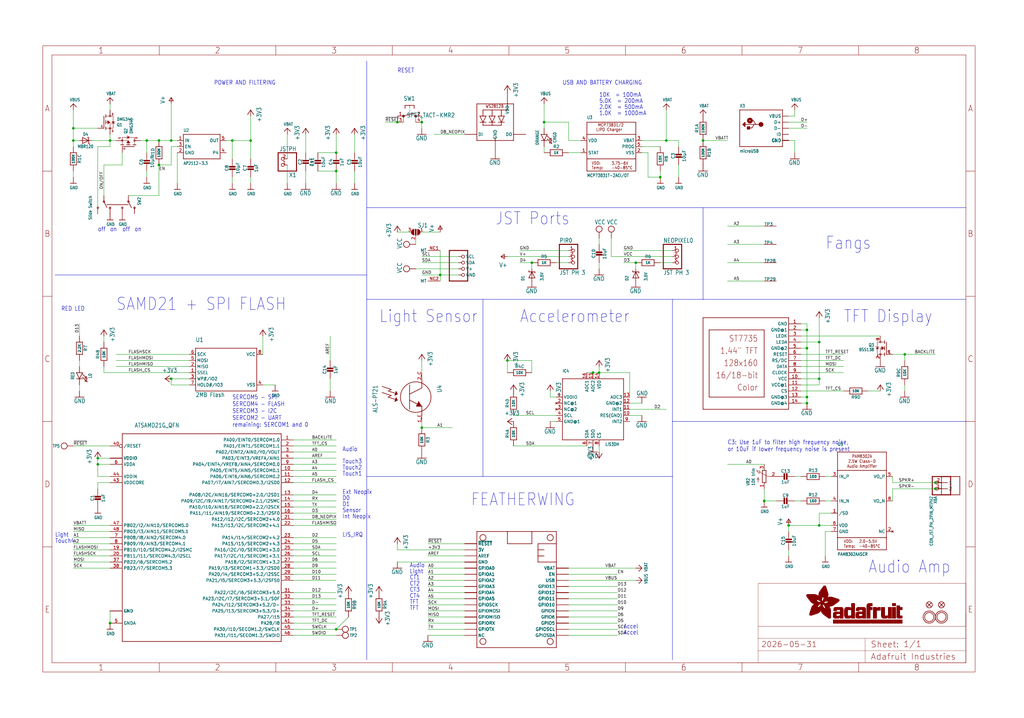
<source format=kicad_sch>
(kicad_sch (version 20230121) (generator eeschema)
  (paper "User" 425.45 298.602)
  (lib_symbols
    (symbol "working-eagle-import:+3V3" (power)
      (property "Value" "+3V3" (at -2.54 -5.08 90))
      (symbol "+3V3_1_0"
        (pin power_in line (at 0 -2.54 90) (length 2.54) (name "+3V3") (number "1"))
      )
    )
    (symbol "working-eagle-import:ACCEL_LIS3DHTR"
      (property "Reference" "U" (at -12.7 15.24 0))
      (symbol "ACCEL_LIS3DHTR_1_0"
        (pin power_in line (at -15.24 5.08 0) (length 2.54) (name "VDDIO") (number "1"))
        (pin bidirectional line (at 15.24 -2.54 180) (length 2.54) (name "RES(GND)") (number "10"))
        (pin output line (at 15.24 0 180) (length 2.54) (name "INT1") (number "11"))
        (pin power_in line (at 15.24 2.54 180) (length 2.54) (name "GND@2") (number "12"))
        (pin input line (at 15.24 5.08 180) (length 2.54) (name "ADC3") (number "13"))
        (pin power_in line (at 2.54 15.24 270) (length 2.54) (name "VDD") (number "14"))
        (pin input line (at 0 15.24 270) (length 2.54) (name "ADC2") (number "15"))
        (pin input line (at -2.54 15.24 270) (length 2.54) (name "ADC1") (number "16"))
        (pin no_connect line (at -15.24 2.54 0) (length 2.54) (name "NC@1") (number "2"))
        (pin no_connect line (at -15.24 0 0) (length 2.54) (name "NC@2") (number "3"))
        (pin bidirectional line (at -15.24 -2.54 0) (length 2.54) (name "SCL") (number "4"))
        (pin power_in line (at -15.24 -5.08 0) (length 2.54) (name "GND@1") (number "5"))
        (pin bidirectional line (at -2.54 -15.24 90) (length 2.54) (name "SDA") (number "6"))
        (pin bidirectional line (at 0 -15.24 90) (length 2.54) (name "SDO") (number "7"))
        (pin input line (at 2.54 -15.24 90) (length 2.54) (name "CS") (number "8"))
        (pin output line (at 15.24 -5.08 180) (length 2.54) (name "INT2") (number "9"))
      )
    )
    (symbol "working-eagle-import:ATSAMD21G_QFN"
      (symbol "ATSAMD21G_QFN_1_0"
        (pin bidirectional line (at 50.8 35.56 180) (length 5.08) (name "PA00/EINT0/SERCOM1.0") (number "1"))
        (pin bidirectional line (at 50.8 22.86 180) (length 5.08) (name "PA05/EINT5/AIN5/SERCOM0.1") (number "10"))
        (pin bidirectional line (at 50.8 20.32 180) (length 5.08) (name "PA06/EINT6/AIN6/SERCOM0.2") (number "11"))
        (pin bidirectional line (at 50.8 17.78 180) (length 5.08) (name "PA07/I7/AIN7/SERCOM0.3/I2SD0") (number "12"))
        (pin bidirectional line (at 50.8 12.7 180) (length 5.08) (name "PA08/I2C/AIN16/SERCOM0+2.0/I2SD1") (number "13"))
        (pin bidirectional line (at 50.8 10.16 180) (length 5.08) (name "PA09/I2C/I9/AIN17/SERCOM0+2.1/I2SMC") (number "14"))
        (pin bidirectional line (at 50.8 7.62 180) (length 5.08) (name "PA10/I10/AIN18/SERCOM0+2.2/I2SCK") (number "15"))
        (pin bidirectional line (at 50.8 5.08 180) (length 5.08) (name "PA11/I11/AIN19/SERCOM0+2.3/I2SF0") (number "16"))
        (pin power_in line (at -25.4 27.94 0) (length 5.08) (name "VDDIO") (number "17"))
        (pin power_in line (at -25.4 -35.56 0) (length 5.08) (name "GND") (number "18"))
        (pin bidirectional line (at -25.4 -10.16 0) (length 5.08) (name "PB10/I10/SERCOM4.2/I2SMC") (number "19"))
        (pin bidirectional line (at 50.8 33.02 180) (length 5.08) (name "PA01/EINT1/SERCOM1.1") (number "2"))
        (pin bidirectional line (at -25.4 -12.7 0) (length 5.08) (name "PB11/I11/SERCOM4.3/I2SCL") (number "20"))
        (pin bidirectional line (at 50.8 2.54 180) (length 5.08) (name "PA12/I12/I2C/SERCOM2+4.0") (number "21"))
        (pin bidirectional line (at 50.8 0 180) (length 5.08) (name "PA13/I13/I2C/SERCOM2+4.1") (number "22"))
        (pin bidirectional line (at 50.8 -5.08 180) (length 5.08) (name "PA14/I14/SERCOM2+4.2") (number "23"))
        (pin bidirectional line (at 50.8 -7.62 180) (length 5.08) (name "PA15/I15/SERCOM2+4.3") (number "24"))
        (pin bidirectional line (at 50.8 -10.16 180) (length 5.08) (name "PA16/I2C/I0/SERCOM1+3.0") (number "25"))
        (pin bidirectional line (at 50.8 -12.7 180) (length 5.08) (name "PA17/I2C/I1/SERCOM1+3.1") (number "26"))
        (pin bidirectional line (at 50.8 -15.24 180) (length 5.08) (name "PA18/I2/SERCOM1+3.2") (number "27"))
        (pin bidirectional line (at 50.8 -17.78 180) (length 5.08) (name "PA19/I3/SERCOM1+3.3/I2SD0") (number "28"))
        (pin bidirectional line (at 50.8 -20.32 180) (length 5.08) (name "PA20/I4/SERCOM3+5.2/I2SSC") (number "29"))
        (pin bidirectional line (at 50.8 30.48 180) (length 5.08) (name "PA02/EINT2/AIN0/Y0/VOUT") (number "3"))
        (pin bidirectional line (at 50.8 -22.86 180) (length 5.08) (name "PA21/I5/SERCOM3+5.3/I2SFS0") (number "30"))
        (pin bidirectional line (at 50.8 -27.94 180) (length 5.08) (name "PA22/I2C/I6/SERCOM3+5.0") (number "31"))
        (pin bidirectional line (at 50.8 -30.48 180) (length 5.08) (name "PA23/I2C/I7/SERCOM3+5.1/SOF") (number "32"))
        (pin bidirectional line (at 50.8 -33.02 180) (length 5.08) (name "PA24/I12/SERCOM3+5.2/D-") (number "33"))
        (pin bidirectional line (at 50.8 -35.56 180) (length 5.08) (name "PA25/I13/SERCOM3+5.3/D+") (number "34"))
        (pin power_in line (at -25.4 -35.56 0) (length 5.08) (name "GND") (number "35"))
        (pin power_in line (at -25.4 27.94 0) (length 5.08) (name "VDDIO") (number "36"))
        (pin bidirectional line (at -25.4 -15.24 0) (length 5.08) (name "PB22/I6/SERCOM5.2") (number "37"))
        (pin bidirectional line (at -25.4 -17.78 0) (length 5.08) (name "PB23/I7/SERCOM5.3") (number "38"))
        (pin bidirectional line (at 50.8 -38.1 180) (length 5.08) (name "PA27/I15") (number "39"))
        (pin bidirectional line (at 50.8 27.94 180) (length 5.08) (name "PA03/EINT3/VREFA/AIN1") (number "4"))
        (pin bidirectional inverted (at -25.4 33.02 0) (length 5.08) (name "/RESET") (number "40"))
        (pin bidirectional line (at 50.8 -40.64 180) (length 5.08) (name "PA28/I8") (number "41"))
        (pin power_in line (at -25.4 -35.56 0) (length 5.08) (name "GND") (number "42"))
        (pin power_in line (at -25.4 17.78 0) (length 5.08) (name "VDDCORE") (number "43"))
        (pin power_in line (at -25.4 20.32 0) (length 5.08) (name "VDDIN") (number "44"))
        (pin bidirectional line (at 50.8 -43.18 180) (length 5.08) (name "PA30/I10/SECOM1.2/SWCLK") (number "45"))
        (pin bidirectional line (at 50.8 -45.72 180) (length 5.08) (name "PA31/I11/SECOM1.3/SWDIO") (number "46"))
        (pin bidirectional line (at -25.4 0 0) (length 5.08) (name "PB02/I2/AIN10/SERCOM5.0") (number "47"))
        (pin bidirectional line (at -25.4 -2.54 0) (length 5.08) (name "PB03/I3/AIN11/SERCOM5.1") (number "48"))
        (pin power_in line (at -25.4 -40.64 0) (length 5.08) (name "GNDA") (number "5"))
        (pin power_in line (at -25.4 25.4 0) (length 5.08) (name "VDDA") (number "6"))
        (pin bidirectional line (at -25.4 -5.08 0) (length 5.08) (name "PB08/I8/AIN2/SERCOM4.0") (number "7"))
        (pin bidirectional line (at -25.4 -7.62 0) (length 5.08) (name "PB09/I9/AIN3/SERCOM4.1") (number "8"))
        (pin bidirectional line (at 50.8 25.4 180) (length 5.08) (name "PA04/EINT4/VREFB/AIN4/SERCOM0.0") (number "9"))
        (pin power_in line (at -25.4 -35.56 0) (length 5.08) (name "GND") (number "THERMAL"))
      )
    )
    (symbol "working-eagle-import:AUDIOAMP_PAM8302A"
      (property "Reference" "U" (at -10.16 22.86 0))
      (symbol "AUDIOAMP_PAM8302A_1_0"
        (text "2.0-5.5V\n-40-85°C" (at -1.27 -17.78 0) (effects (font (size 1.27 1.0795)) (justify left)))
        (text "PAM8302A\n2.5W Class-D\nAudio Amplifier" (at 0 16.51 0) (effects (font (size 1.27 1.0795))))
        (text "VDD:\nTemp:" (at -7.62 -17.78 0) (effects (font (size 1.27 1.0795)) (justify left)))
        (pin input line (at -12.7 -5.08 0) (length 2.54) (name "/SD") (number "1"))
        (pin no_connect line (at 12.7 -12.7 180) (length 2.54) (name "NC") (number "2"))
        (pin input line (at -12.7 10.16 0) (length 2.54) (name "IN_P") (number "3"))
        (pin input line (at -12.7 0 0) (length 2.54) (name "IN_N") (number "4"))
        (pin output line (at 12.7 10.16 180) (length 2.54) (name "VO_P") (number "5"))
        (pin power_in line (at -12.7 -10.16 0) (length 2.54) (name "VDD") (number "6"))
        (pin power_in line (at -12.7 -12.7 0) (length 2.54) (name "GND") (number "7"))
        (pin output line (at 12.7 0 180) (length 2.54) (name "VO_N") (number "8"))
      )
    )
    (symbol "working-eagle-import:CAP_CERAMIC0603_NO"
      (property "Reference" "C" (at -2.29 1.25 90))
      (symbol "CAP_CERAMIC0603_NO_1_0"
        (pin passive line (at 0 5.08 270) (length 2.54) (name "1") (number "1"))
        (pin passive line (at 0 -2.54 90) (length 2.54) (name "2") (number "2"))
      )
    )
    (symbol "working-eagle-import:CAP_CERAMIC0805-NOOUTLINE"
      (property "Reference" "C" (at -2.29 1.25 90))
      (symbol "CAP_CERAMIC0805-NOOUTLINE_1_0"
        (pin passive line (at 0 5.08 270) (length 2.54) (name "1") (number "1"))
        (pin passive line (at 0 -2.54 90) (length 2.54) (name "2") (number "2"))
      )
    )
    (symbol "working-eagle-import:CAP_CERAMIC0805_10MGAP"
      (property "Reference" "C" (at -2.29 1.25 90))
      (symbol "CAP_CERAMIC0805_10MGAP_1_0"
        (pin passive line (at 0 5.08 270) (length 2.54) (name "1") (number "1"))
        (pin passive line (at 0 -2.54 90) (length 2.54) (name "2") (number "2"))
      )
    )
    (symbol "working-eagle-import:CON_JST_PH_2PIN"
      (property "Reference" "X" (at -6.35 5.715 0))
      (symbol "CON_JST_PH_2PIN_1_0"
        (pin passive inverted (at -2.54 2.54 0) (length 2.54) (name "1") (number "1"))
        (pin passive inverted (at -2.54 0 0) (length 2.54) (name "2") (number "2"))
      )
    )
    (symbol "working-eagle-import:CON_JST_PH_2PIN_MTPH2"
      (property "Reference" "X" (at 0 5.588 90))
      (symbol "CON_JST_PH_2PIN_MTPH2_1_0"
        (pin passive inverted (at -2.54 2.54 0) (length 2.54) (name "1") (number "1"))
        (pin passive inverted (at -2.54 0 0) (length 2.54) (name "2") (number "2"))
      )
      (symbol "CON_JST_PH_2PIN_MTPH2_2_0"
        (pin bidirectional line (at 0 0 90) (length 2.54) (name "P$1") (number "NC2"))
      )
      (symbol "CON_JST_PH_2PIN_MTPH2_3_0"
        (pin bidirectional line (at 0 0 90) (length 2.54) (name "P$1") (number "NC1"))
      )
    )
    (symbol "working-eagle-import:CON_JST_PH_3PIN"
      (property "Reference" "X" (at -6.35 5.715 0))
      (symbol "CON_JST_PH_3PIN_1_0"
        (pin passive inverted (at -2.54 2.54 0) (length 2.54) (name "1") (number "1"))
        (pin passive inverted (at -2.54 0 0) (length 2.54) (name "2") (number "2"))
        (pin passive inverted (at -2.54 -2.54 0) (length 2.54) (name "3") (number "3"))
      )
    )
    (symbol "working-eagle-import:CON_MOLEX_2P"
      (symbol "CON_MOLEX_2P_1_0"
        (pin passive line (at -5.08 2.54 0) (length 5.08) (name "1") (number "1"))
        (pin passive line (at -5.08 0 0) (length 5.08) (name "2") (number "2"))
      )
      (symbol "CON_MOLEX_2P_2_0"
        (pin bidirectional line (at 0 0 0) (length 5.08) (name "MT") (number "M1"))
      )
      (symbol "CON_MOLEX_2P_3_0"
        (pin bidirectional line (at 0 0 0) (length 5.08) (name "MT") (number "M2"))
      )
    )
    (symbol "working-eagle-import:DIODE-SCHOTTKYSOD-123"
      (property "Reference" "D" (at 0 2.54 0))
      (symbol "DIODE-SCHOTTKYSOD-123_1_0"
        (pin passive line (at -2.54 0 0) (length 2.54) (name "A") (number "A"))
        (pin passive line (at 2.54 0 180) (length 2.54) (name "C") (number "C"))
      )
    )
    (symbol "working-eagle-import:DIODE-ZENERSOD323"
      (property "Reference" "D" (at -2.54 3.0226 0))
      (symbol "DIODE-ZENERSOD323_1_0"
        (pin passive line (at -2.54 0 0) (length 2.54) (name "A") (number "A"))
        (pin passive line (at 2.54 0 180) (length 2.54) (name "C") (number "C"))
      )
    )
    (symbol "working-eagle-import:DISP_LCD_ST7735_1.44IN"
      (symbol "DISP_LCD_ST7735_1.44IN_1_0"
        (text "1.44\" TFT" (at 2.54 5.08 0) (effects (font (size 2.54 2.159)) (justify left bottom)))
        (text "128x160" (at 2.54 0 0) (effects (font (size 2.54 2.159)) (justify left bottom)))
        (text "16/18-bit" (at 2.54 -5.08 0) (effects (font (size 2.54 2.159)) (justify left bottom)))
        (text "Color" (at 2.54 -10.16 0) (effects (font (size 2.54 2.159)) (justify left bottom)))
        (text "ST7735" (at 2.54 10.16 0) (effects (font (size 2.54 2.159)) (justify left bottom)))
        (pin power_in line (at -15.24 17.78 0) (length 5.08) (name "GND") (number "1"))
        (pin power_in line (at -15.24 -5.08 0) (length 5.08) (name "VCC") (number "10"))
        (pin power_in line (at -15.24 -7.62 0) (length 5.08) (name "VCC@1") (number "11"))
        (pin input line (at -15.24 -10.16 0) (length 5.08) (name "CS") (number "12"))
        (pin power_in line (at -15.24 -12.7 0) (length 5.08) (name "GND@3") (number "13"))
        (pin power_in line (at -15.24 -15.24 0) (length 5.08) (name "GND@4") (number "14"))
        (pin power_in line (at -15.24 15.24 0) (length 5.08) (name "GND@1") (number "2"))
        (pin input line (at -15.24 12.7 0) (length 5.08) (name "LEDK") (number "3"))
        (pin input line (at -15.24 10.16 0) (length 5.08) (name "LEDA") (number "4"))
        (pin power_in line (at -15.24 7.62 0) (length 5.08) (name "GND@2") (number "5"))
        (pin input line (at -15.24 5.08 0) (length 5.08) (name "RESET") (number "6"))
        (pin input line (at -15.24 2.54 0) (length 5.08) (name "RS/DC") (number "7"))
        (pin bidirectional line (at -15.24 0 0) (length 5.08) (name "DATA") (number "8"))
        (pin input line (at -15.24 -2.54 0) (length 5.08) (name "CLOCK") (number "9"))
      )
    )
    (symbol "working-eagle-import:FEATHERWING_SMTDUALNOHOLES"
      (symbol "FEATHERWING_SMTDUALNOHOLES_1_0"
        (pin input line (at 5.08 -5.08 90) (length 5.08) (name "~{RESET}") (number "1"))
        (pin input line (at 5.08 -5.08 90) (length 5.08) (name "~{RESET}") (number "1'"))
        (pin bidirectional line (at 27.94 -5.08 90) (length 5.08) (name "GPIOA5") (number "10"))
        (pin bidirectional line (at 27.94 -5.08 90) (length 5.08) (name "GPIOA5") (number "10'"))
        (pin bidirectional line (at 30.48 -5.08 90) (length 5.08) (name "GPIOSCK") (number "11"))
        (pin bidirectional line (at 30.48 -5.08 90) (length 5.08) (name "GPIOSCK") (number "11'"))
        (pin bidirectional line (at 33.02 -5.08 90) (length 5.08) (name "GPIOMOSI") (number "12"))
        (pin bidirectional line (at 33.02 -5.08 90) (length 5.08) (name "GPIOMOSI") (number "12'"))
        (pin bidirectional line (at 35.56 -5.08 90) (length 5.08) (name "GPIOMISO") (number "13"))
        (pin bidirectional line (at 35.56 -5.08 90) (length 5.08) (name "GPIOMISO") (number "13'"))
        (pin bidirectional line (at 38.1 -5.08 90) (length 5.08) (name "GPIORX") (number "14"))
        (pin bidirectional line (at 38.1 -5.08 90) (length 5.08) (name "GPIORX") (number "14'"))
        (pin bidirectional line (at 40.64 -5.08 90) (length 5.08) (name "GPIOTX") (number "15"))
        (pin bidirectional line (at 40.64 -5.08 90) (length 5.08) (name "GPIOTX") (number "15'"))
        (pin passive line (at 43.18 -5.08 90) (length 5.08) (name "NC") (number "16"))
        (pin passive line (at 43.18 -5.08 90) (length 5.08) (name "NC") (number "16'"))
        (pin bidirectional line (at 43.18 38.1 270) (length 5.08) (name "GPIOSDA") (number "17"))
        (pin bidirectional line (at 43.18 38.1 270) (length 5.08) (name "GPIOSDA") (number "17'"))
        (pin bidirectional line (at 40.64 38.1 270) (length 5.08) (name "GPIOSCL") (number "18"))
        (pin bidirectional line (at 40.64 38.1 270) (length 5.08) (name "GPIOSCL") (number "18'"))
        (pin bidirectional line (at 38.1 38.1 270) (length 5.08) (name "GPIO5") (number "19"))
        (pin bidirectional line (at 38.1 38.1 270) (length 5.08) (name "GPIO5") (number "19'"))
        (pin power_in line (at 7.62 -5.08 90) (length 5.08) (name "3V") (number "2"))
        (pin power_in line (at 7.62 -5.08 90) (length 5.08) (name "3V") (number "2'"))
        (pin bidirectional line (at 35.56 38.1 270) (length 5.08) (name "GPIO6") (number "20"))
        (pin bidirectional line (at 35.56 38.1 270) (length 5.08) (name "GPIO6") (number "20'"))
        (pin bidirectional line (at 33.02 38.1 270) (length 5.08) (name "GPIO9") (number "21"))
        (pin bidirectional line (at 33.02 38.1 270) (length 5.08) (name "GPIO9") (number "21'"))
        (pin bidirectional line (at 30.48 38.1 270) (length 5.08) (name "GPIO10") (number "22"))
        (pin bidirectional line (at 30.48 38.1 270) (length 5.08) (name "GPIO10") (number "22'"))
        (pin bidirectional line (at 27.94 38.1 270) (length 5.08) (name "GPIO11") (number "23"))
        (pin bidirectional line (at 27.94 38.1 270) (length 5.08) (name "GPIO11") (number "23'"))
        (pin bidirectional line (at 25.4 38.1 270) (length 5.08) (name "GPIO12") (number "24"))
        (pin bidirectional line (at 25.4 38.1 270) (length 5.08) (name "GPIO12") (number "24'"))
        (pin bidirectional line (at 22.86 38.1 270) (length 5.08) (name "GPIO13") (number "25"))
        (pin bidirectional line (at 22.86 38.1 270) (length 5.08) (name "GPIO13") (number "25'"))
        (pin power_in line (at 20.32 38.1 270) (length 5.08) (name "USB") (number "26"))
        (pin power_in line (at 20.32 38.1 270) (length 5.08) (name "USB") (number "26'"))
        (pin passive line (at 17.78 38.1 270) (length 5.08) (name "EN") (number "27"))
        (pin passive line (at 17.78 38.1 270) (length 5.08) (name "EN") (number "27'"))
        (pin power_in line (at 15.24 38.1 270) (length 5.08) (name "VBAT") (number "28"))
        (pin power_in line (at 15.24 38.1 270) (length 5.08) (name "VBAT") (number "28'"))
        (pin passive line (at 10.16 -5.08 90) (length 5.08) (name "AREF") (number "3"))
        (pin passive line (at 10.16 -5.08 90) (length 5.08) (name "AREF") (number "3'"))
        (pin power_in line (at 12.7 -5.08 90) (length 5.08) (name "GND") (number "4"))
        (pin power_in line (at 12.7 -5.08 90) (length 5.08) (name "GND") (number "4'"))
        (pin bidirectional line (at 15.24 -5.08 90) (length 5.08) (name "GPIOA0") (number "5"))
        (pin bidirectional line (at 15.24 -5.08 90) (length 5.08) (name "GPIOA0") (number "5'"))
        (pin bidirectional line (at 17.78 -5.08 90) (length 5.08) (name "GPIOA1") (number "6"))
        (pin bidirectional line (at 17.78 -5.08 90) (length 5.08) (name "GPIOA1") (number "6'"))
        (pin bidirectional line (at 20.32 -5.08 90) (length 5.08) (name "GPIOA2") (number "7"))
        (pin bidirectional line (at 20.32 -5.08 90) (length 5.08) (name "GPIOA2") (number "7'"))
        (pin bidirectional line (at 22.86 -5.08 90) (length 5.08) (name "GPIOA3") (number "8"))
        (pin bidirectional line (at 22.86 -5.08 90) (length 5.08) (name "GPIOA3") (number "8'"))
        (pin bidirectional line (at 25.4 -5.08 90) (length 5.08) (name "GPIOA4") (number "9"))
        (pin bidirectional line (at 25.4 -5.08 90) (length 5.08) (name "GPIOA4") (number "9'"))
      )
    )
    (symbol "working-eagle-import:FIDUCIAL_1MM")
    (symbol "working-eagle-import:FRAME_A3_ADAFRUIT"
      (symbol "FRAME_A3_ADAFRUIT_1_0"
        (text "${#}/${##}" (at 357.505 10.16 0) (effects (font (size 2.54 2.54)) (justify left bottom)))
        (text "${CURRENT_DATE}" (at 298.45 10.16 0) (effects (font (size 2.286 2.286)) (justify left bottom)))
        (text "${PROJECTNAME}" (at 298.45 15.24 0) (effects (font (size 2.54 2.54)) (justify left bottom)))
        (text "1" (at 24.2094 1.905 0) (effects (font (size 2.54 2.286))))
        (text "1" (at 24.2094 258.445 0) (effects (font (size 2.54 2.286))))
        (text "2" (at 72.6281 1.905 0) (effects (font (size 2.54 2.286))))
        (text "2" (at 72.6281 258.445 0) (effects (font (size 2.54 2.286))))
        (text "3" (at 121.0469 1.905 0) (effects (font (size 2.54 2.286))))
        (text "3" (at 121.0469 258.445 0) (effects (font (size 2.54 2.286))))
        (text "4" (at 169.4656 1.905 0) (effects (font (size 2.54 2.286))))
        (text "4" (at 169.4656 258.445 0) (effects (font (size 2.54 2.286))))
        (text "5" (at 217.8844 1.905 0) (effects (font (size 2.54 2.286))))
        (text "5" (at 217.8844 258.445 0) (effects (font (size 2.54 2.286))))
        (text "6" (at 266.3031 1.905 0) (effects (font (size 2.54 2.286))))
        (text "6" (at 266.3031 258.445 0) (effects (font (size 2.54 2.286))))
        (text "7" (at 314.7219 1.905 0) (effects (font (size 2.54 2.286))))
        (text "7" (at 314.7219 258.445 0) (effects (font (size 2.54 2.286))))
        (text "8" (at 363.1406 1.905 0) (effects (font (size 2.54 2.286))))
        (text "8" (at 363.1406 258.445 0) (effects (font (size 2.54 2.286))))
        (text "A" (at 1.905 234.315 0) (effects (font (size 2.54 2.286))))
        (text "A" (at 385.445 234.315 0) (effects (font (size 2.54 2.286))))
        (text "Adafruit Industries" (at 343.916 4.953 0) (effects (font (size 2.54 2.54)) (justify left bottom)))
        (text "B" (at 1.905 182.245 0) (effects (font (size 2.54 2.286))))
        (text "B" (at 385.445 182.245 0) (effects (font (size 2.54 2.286))))
        (text "C" (at 1.905 130.175 0) (effects (font (size 2.54 2.286))))
        (text "C" (at 385.445 130.175 0) (effects (font (size 2.54 2.286))))
        (text "D" (at 1.905 78.105 0) (effects (font (size 2.54 2.286))))
        (text "D" (at 385.445 78.105 0) (effects (font (size 2.54 2.286))))
        (text "E" (at 1.905 26.035 0) (effects (font (size 2.54 2.286))))
        (text "E" (at 385.445 26.035 0) (effects (font (size 2.54 2.286))))
        (text "Sheet:" (at 343.916 10.033 0) (effects (font (size 2.54 2.54)) (justify left bottom)))
      )
    )
    (symbol "working-eagle-import:GND" (power)
      (property "Value" "GND" (at -1.524 -2.54 0))
      (symbol "GND_1_0"
        (pin power_in line (at 0 2.54 270) (length 2.54) (name "GND") (number "1"))
      )
    )
    (symbol "working-eagle-import:LED0805_NOOUTLINE"
      (property "Reference" "D" (at -1.27 4.445 0))
      (symbol "LED0805_NOOUTLINE_1_0"
        (pin passive line (at -5.08 0 0) (length 2.54) (name "A") (number "A"))
        (pin passive line (at 2.54 0 180) (length 2.54) (name "C") (number "C"))
      )
    )
    (symbol "working-eagle-import:MCP73831/2"
      (property "Reference" "U" (at -10.16 11.43 0))
      (symbol "MCP73831/2_1_0"
        (text "-40-85°C" (at 0 -9.525 0) (effects (font (size 1.27 1.0795)) (justify left bottom)))
        (text "3.75-6V" (at 0 -7.62 0) (effects (font (size 1.27 1.0795)) (justify left bottom)))
        (text "LIPO Charger" (at -6.35 6.35 0) (effects (font (size 1.27 1.0795)) (justify left bottom)))
        (text "MCP73831/2" (at -5.715 8.255 0) (effects (font (size 1.27 1.0795)) (justify left bottom)))
        (text "Temp:" (at -8.255 -9.525 0) (effects (font (size 1.27 1.0795)) (justify left bottom)))
        (text "VDD:" (at -8.255 -7.62 0) (effects (font (size 1.27 1.0795)) (justify left bottom)))
        (pin output line (at -12.7 -2.54 0) (length 2.54) (name "STAT") (number "1"))
        (pin power_in line (at 12.7 -2.54 180) (length 2.54) (name "VSS") (number "2"))
        (pin power_in line (at 12.7 2.54 180) (length 2.54) (name "VBAT") (number "3"))
        (pin power_in line (at -12.7 2.54 0) (length 2.54) (name "VDD") (number "4"))
        (pin input line (at 12.7 0 180) (length 2.54) (name "PROG") (number "5"))
      )
    )
    (symbol "working-eagle-import:MOSFET-NWIDE"
      (property "Reference" "Q" (at 5.08 0.635 0))
      (symbol "MOSFET-NWIDE_1_0"
        (text "D" (at 3.175 3.175 0) (effects (font (size 0.8128 0.6908)) (justify left bottom)))
        (text "G" (at -1.27 -1.905 0) (effects (font (size 0.8128 0.6908)) (justify left bottom)))
        (text "S" (at 3.175 -3.81 0) (effects (font (size 0.8128 0.6908)) (justify left bottom)))
        (pin bidirectional line (at -2.54 -2.54 0) (length 2.54) (name "G") (number "1"))
        (pin bidirectional line (at 2.54 -5.08 90) (length 2.54) (name "S") (number "2"))
        (pin bidirectional line (at 2.54 5.08 270) (length 2.54) (name "D") (number "3"))
      )
    )
    (symbol "working-eagle-import:MOSFET-P"
      (property "Reference" "Q" (at 2.794 0.381 0))
      (symbol "MOSFET-P_1_0"
        (text "D" (at 0.635 -3.81 0) (effects (font (size 0.8128 0.6908)) (justify left bottom)))
        (text "G" (at -3.81 1.27 0) (effects (font (size 0.8128 0.6908)) (justify left bottom)))
        (text "S" (at 0.635 3.175 0) (effects (font (size 0.8128 0.6908)) (justify left bottom)))
        (pin passive line (at -5.08 2.54 0) (length 2.54) (name "G") (number "1"))
        (pin passive line (at 0 5.08 270) (length 2.54) (name "S") (number "2"))
        (pin passive line (at 0 -5.08 90) (length 2.54) (name "D") (number "3"))
      )
    )
    (symbol "working-eagle-import:MOUNTINGHOLE2.5")
    (symbol "working-eagle-import:PHOTOTRANSISTOR_PT26-21C"
      (property "Reference" "U" (at 8.89 5.08 90))
      (symbol "PHOTOTRANSISTOR_PT26-21C_1_0"
        (pin bidirectional line (at 2.54 -10.16 90) (length 2.54) (name "E") (number "1_E"))
        (pin bidirectional line (at 2.54 10.16 270) (length 2.54) (name "C") (number "2_C"))
      )
    )
    (symbol "working-eagle-import:RESISTOR_0603_NOOUT"
      (property "Reference" "R" (at 0 2.54 0))
      (symbol "RESISTOR_0603_NOOUT_1_0"
        (pin passive line (at -5.08 0 0) (length 2.54) (name "1") (number "1"))
        (pin passive line (at 5.08 0 180) (length 2.54) (name "2") (number "2"))
      )
    )
    (symbol "working-eagle-import:RESISTOR_4PACK"
      (property "Reference" "R" (at 0 2.54 0))
      (symbol "RESISTOR_4PACK_1_0"
        (pin passive line (at -5.08 0 0) (length 2.54) (name "1") (number "1"))
        (pin passive line (at 5.08 0 180) (length 2.54) (name "2") (number "8"))
      )
      (symbol "RESISTOR_4PACK_2_0"
        (pin passive line (at -5.08 0 0) (length 2.54) (name "1") (number "2"))
        (pin passive line (at 5.08 0 180) (length 2.54) (name "2") (number "7"))
      )
      (symbol "RESISTOR_4PACK_3_0"
        (pin passive line (at -5.08 0 0) (length 2.54) (name "1") (number "3"))
        (pin passive line (at 5.08 0 180) (length 2.54) (name "2") (number "6"))
      )
      (symbol "RESISTOR_4PACK_4_0"
        (pin passive line (at -5.08 0 0) (length 2.54) (name "1") (number "4"))
        (pin passive line (at 5.08 0 180) (length 2.54) (name "2") (number "5"))
      )
    )
    (symbol "working-eagle-import:SEWTAPPCB_ALLIGATOR"
      (property "Reference" "TP" (at 0 0 0))
      (symbol "SEWTAPPCB_ALLIGATOR_1_0"
        (pin bidirectional line (at 0 0 0) (length 5.08) (name "SEW") (number "P$1"))
      )
    )
    (symbol "working-eagle-import:SEWTAP_ALLILONG"
      (property "Reference" "TP" (at 0 0 0))
      (symbol "SEWTAP_ALLILONG_1_0"
        (pin bidirectional line (at 0 0 0) (length 5.08) (name "SEW") (number "P$1"))
      )
    )
    (symbol "working-eagle-import:SOLDERJUMPER_2WAY"
      (property "Reference" "SJ" (at -5.08 -3.81 0))
      (symbol "SOLDERJUMPER_2WAY_1_0"
        (pin passive line (at -2.54 0 0) (length 0) (name "1") (number "1"))
        (pin passive line (at 0 2.54 270) (length 0) (name "2") (number "2"))
        (pin passive line (at 2.54 0 180) (length 0) (name "3") (number "3"))
      )
    )
    (symbol "working-eagle-import:SPIFLASH_8PIN208MIL"
      (property "Reference" "U" (at -12.7 12.7 0))
      (symbol "SPIFLASH_8PIN208MIL_1_0"
        (pin bidirectional line (at -15.24 0 0) (length 2.54) (name "SSEL") (number "1"))
        (pin bidirectional line (at -15.24 2.54 0) (length 2.54) (name "MISO") (number "2"))
        (pin bidirectional line (at -15.24 -2.54 0) (length 2.54) (name "WP#/IO2") (number "3"))
        (pin bidirectional line (at 15.24 -5.08 180) (length 2.54) (name "VSS") (number "4"))
        (pin bidirectional line (at -15.24 5.08 0) (length 2.54) (name "MOSI") (number "5"))
        (pin bidirectional line (at -15.24 7.62 0) (length 2.54) (name "SCK") (number "6"))
        (pin bidirectional line (at -15.24 -5.08 0) (length 2.54) (name "HOLD#/IO3") (number "7"))
        (pin bidirectional line (at 15.24 7.62 180) (length 2.54) (name "VCC") (number "8"))
      )
    )
    (symbol "working-eagle-import:SPST_TACT-KMR2"
      (property "Reference" "SW" (at -6.35 -2.54 90))
      (symbol "SPST_TACT-KMR2_1_0"
        (pin passive line (at 0 -5.08 90) (length 2.54) (name "P") (number "1"))
        (pin passive line (at 0 5.08 270) (length 2.54) (name "S") (number "2"))
        (pin passive line (at 2.54 -5.08 90) (length 2.54) (name "P1") (number "3"))
        (pin passive line (at 2.54 5.08 270) (length 2.54) (name "S1") (number "4"))
      )
    )
    (symbol "working-eagle-import:STEMMA_I2C_RASMT"
      (symbol "STEMMA_I2C_RASMT_1_0"
        (pin passive inverted (at 0 5.08 0) (length 2.54) (name "GND") (number "1"))
        (pin passive inverted (at 0 2.54 0) (length 2.54) (name "V+") (number "2"))
        (pin passive inverted (at 0 0 0) (length 2.54) (name "SDA") (number "3"))
        (pin passive inverted (at 0 -2.54 0) (length 2.54) (name "SCL") (number "4"))
      )
      (symbol "STEMMA_I2C_RASMT_2_0"
        (pin bidirectional line (at 0 0 0) (length 5.08) (name "MT") (number "NC1"))
      )
      (symbol "STEMMA_I2C_RASMT_3_0"
        (pin bidirectional line (at 0 0 0) (length 5.08) (name "MT") (number "NC2"))
      )
    )
    (symbol "working-eagle-import:SWITCH_DPDTEG1390"
      (property "Reference" "SW" (at -4.445 8.89 0))
      (symbol "SWITCH_DPDTEG1390_1_0"
        (pin passive line (at 2.54 7.62 180) (length 2.54) (name "O1") (number "O1"))
        (pin passive line (at 2.54 -2.54 180) (length 2.54) (name "O2") (number "O2"))
        (pin passive line (at -5.08 5.08 0) (length 2.54) (name "P1") (number "P1"))
        (pin passive line (at -5.08 -5.08 0) (length 2.54) (name "P2") (number "P2"))
        (pin passive line (at 2.54 2.54 180) (length 2.54) (name "S1") (number "S1"))
        (pin passive line (at 2.54 -7.62 180) (length 2.54) (name "S2") (number "S2"))
      )
    )
    (symbol "working-eagle-import:TESTPOINTROUND1.5MM"
      (property "Reference" "TP" (at 0 5.588 90))
      (symbol "TESTPOINTROUND1.5MM_1_0"
        (pin bidirectional line (at 0 0 90) (length 2.54) (name "P$1") (number "P$1"))
      )
    )
    (symbol "working-eagle-import:TRIMPOT3303W/X"
      (property "Reference" "VR" (at -5.969 -3.81 90))
      (symbol "TRIMPOT3303W/X_1_0"
        (pin passive line (at 0 -5.08 90) (length 2.54) (name "A") (number "1"))
        (pin passive line (at 5.08 0 180) (length 2.54) (name "S") (number "2"))
        (pin passive line (at 0 5.08 270) (length 2.54) (name "E") (number "3"))
      )
    )
    (symbol "working-eagle-import:USB_MICRO_20329_V2"
      (property "Reference" "X" (at -10.16 8.636 0))
      (symbol "USB_MICRO_20329_V2_1_0"
        (pin power_in line (at 10.16 -5.08 180) (length 2.54) (name "GND") (number "BASE@1"))
        (pin power_in line (at 10.16 -5.08 180) (length 2.54) (name "GND") (number "BASE@2"))
        (pin bidirectional line (at 10.16 2.54 180) (length 2.54) (name "D+") (number "D+"))
        (pin bidirectional line (at 10.16 0 180) (length 2.54) (name "D-") (number "D-"))
        (pin power_in line (at 10.16 -5.08 180) (length 2.54) (name "GND") (number "GND"))
        (pin bidirectional line (at 10.16 -2.54 180) (length 2.54) (name "ID") (number "ID"))
        (pin power_in line (at 10.16 -5.08 180) (length 2.54) (name "GND") (number "SPRT@1"))
        (pin power_in line (at 10.16 -5.08 180) (length 2.54) (name "GND") (number "SPRT@2"))
        (pin power_in line (at 10.16 -5.08 180) (length 2.54) (name "GND") (number "SPRT@3"))
        (pin power_in line (at 10.16 -5.08 180) (length 2.54) (name "GND") (number "SPRT@4"))
        (pin power_in line (at 10.16 5.08 180) (length 2.54) (name "VBUS") (number "VBUS"))
      )
    )
    (symbol "working-eagle-import:V+" (power)
      (property "Value" "V+" (at -2.54 -2.54 90))
      (symbol "V+_1_0"
        (pin power_in line (at 0 -2.54 90) (length 2.54) (name "V+") (number "1"))
      )
    )
    (symbol "working-eagle-import:VBAT" (power)
      (property "Value" "VBAT" (at -1.524 1.016 0))
      (symbol "VBAT_1_0"
        (pin power_in line (at 0 -2.54 90) (length 2.54) (name "VBAT") (number "1"))
      )
    )
    (symbol "working-eagle-import:VBUS" (power)
      (property "Value" "VBUS" (at -1.524 1.016 0))
      (symbol "VBUS_1_0"
        (pin power_in line (at 0 -2.54 90) (length 2.54) (name "VBUS") (number "1"))
      )
    )
    (symbol "working-eagle-import:VCC" (power)
      (property "Value" "VCC" (at -1.905 3.175 0))
      (symbol "VCC_1_0"
        (pin power_in line (at 0 -2.54 90) (length 2.54) (name "VCC") (number "1"))
      )
    )
    (symbol "working-eagle-import:VREG_SOT23-5"
      (property "Reference" "U" (at -7.62 6.096 0))
      (symbol "VREG_SOT23-5_1_0"
        (pin power_in line (at -10.16 2.54 0) (length 2.54) (name "IN") (number "1"))
        (pin power_in line (at -10.16 -2.54 0) (length 2.54) (name "GND") (number "2"))
        (pin input line (at -10.16 0 0) (length 2.54) (name "EN") (number "3"))
        (pin bidirectional line (at 10.16 -2.54 180) (length 2.54) (name "P4") (number "4"))
        (pin power_in line (at 10.16 2.54 180) (length 2.54) (name "OUT") (number "5"))
      )
    )
    (symbol "working-eagle-import:WS2812B3535"
      (symbol "WS2812B3535_1_0"
        (text "WS2812B" (at -4.064 8.382 0) (effects (font (size 1.27 1.0795)) (justify left bottom)))
        (pin input line (at -12.7 -2.54 0) (length 5.08) (name "DI") (number "1"))
        (pin power_in line (at 5.08 15.24 270) (length 5.08) (name "VDD") (number "2"))
        (pin output line (at 12.7 -2.54 180) (length 5.08) (name "DO") (number "3"))
        (pin power_in line (at 0 -10.16 90) (length 5.08) (name "GND") (number "4"))
      )
    )
    (symbol "working-eagle-import:supply1_GND" (power)
      (property "Value" "supply1_GND" (at -2.54 -2.54 0))
      (symbol "supply1_GND_1_0"
        (pin power_in line (at 0 2.54 270) (length 2.54) (name "GND") (number "1"))
      )
    )
  )
  (junction (at 30.48 53.34))
  (junction (at 71.12 58.42))
  (junction (at 175.26 50.8))
  (junction (at 388.62 200.66))
  (junction (at 335.28 137.16))
  (junction (at 60.96 58.42))
  (junction (at 327.66 218.44))
  (junction (at 340.36 142.24))
  (junction (at 226.06 50.8))
  (junction (at 340.36 157.48))
  (junction (at 66.04 68.58))
  (junction (at 104.14 58.42))
  (junction (at 175.26 177.8))
  (junction (at 220.98 109.22))
  (junction (at 388.62 203.2))
  (junction (at 96.52 58.42))
  (junction (at 165.1 50.8))
  (junction (at 139.7 63.5))
  (junction (at 340.36 218.44))
  (junction (at 335.28 165.1))
  (junction (at 292.1 58.42))
  (junction (at 71.12 157.48))
  (junction (at 274.32 73.66))
  (junction (at 246.38 154.94))
  (junction (at 45.72 58.42))
  (junction (at 40.64 193.04))
  (junction (at 317.5 208.28))
  (junction (at 375.92 147.32))
  (junction (at 139.7 71.12))
  (junction (at 264.16 109.22))
  (junction (at 40.64 190.5))
  (junction (at 335.28 167.64))
  (junction (at 66.04 58.42))
  (junction (at 30.48 58.42))
  (junction (at 182.88 114.3))
  (junction (at 276.86 58.42))
  (junction (at 210.82 149.86))
  (junction (at 335.28 144.78))
  (junction (at 139.7 261.62))
  (junction (at 248.92 154.94))
  (junction (at 45.72 259.08))
  (wire (pts (xy 121.92 259.08) (xy 139.7 259.08)) (stroke (width 0.1524)))
  (wire (pts (xy 45.72 190.5) (xy 40.64 190.5)) (stroke (width 0.1524)))
  (wire (pts (xy 71.12 58.42) (xy 66.04 58.42)) (stroke (width 0.1524)))
  (wire (pts (xy 93.98 58.42) (xy 96.52 58.42)) (stroke (width 0.1524)))
  (polyline (pts (xy 200.66 198.12) (xy 152.4 198.12)) (stroke (width 0.1524) (type solid)))
  (wire (pts (xy 236.22 241.3) (xy 264.16 241.3)) (stroke (width 0.1524)))
  (wire (pts (xy 350.52 162.56) (xy 332.74 162.56)) (stroke (width 0.1524)))
  (polyline (pts (xy 292.1 124.46) (xy 292.1 86.36)) (stroke (width 0.1524) (type solid)))
  (wire (pts (xy 236.22 259.08) (xy 256.54 259.08)) (stroke (width 0.1524)))
  (wire (pts (xy 256.54 251.46) (xy 236.22 251.46)) (stroke (width 0.1524)))
  (wire (pts (xy 281.94 60.96) (xy 281.94 58.42)) (stroke (width 0.1524)))
  (wire (pts (xy 335.28 165.1) (xy 332.74 165.1)) (stroke (width 0.1524)))
  (wire (pts (xy 276.86 45.72) (xy 276.86 58.42)) (stroke (width 0.1524)))
  (wire (pts (xy 165.1 50.8) (xy 165.1 48.26)) (stroke (width 0.1524)))
  (wire (pts (xy 327.66 48.26) (xy 330.2 48.26)) (stroke (width 0.1524)))
  (polyline (pts (xy 152.4 86.36) (xy 152.4 25.4)) (stroke (width 0.1524) (type solid)))
  (wire (pts (xy 175.26 96.52) (xy 182.88 96.52)) (stroke (width 0.1524)))
  (polyline (pts (xy 279.4 124.46) (xy 200.66 124.46)) (stroke (width 0.1524) (type solid)))
  (wire (pts (xy 121.92 218.44) (xy 139.7 218.44)) (stroke (width 0.1524)))
  (wire (pts (xy 104.14 73.66) (xy 104.14 76.2)) (stroke (width 0.1524)))
  (wire (pts (xy 375.92 162.56) (xy 375.92 160.02)) (stroke (width 0.1524)))
  (wire (pts (xy 340.36 157.48) (xy 332.74 157.48)) (stroke (width 0.1524)))
  (wire (pts (xy 60.96 71.12) (xy 60.96 73.66)) (stroke (width 0.1524)))
  (wire (pts (xy 96.52 66.04) (xy 96.52 58.42)) (stroke (width 0.1524)))
  (wire (pts (xy 332.74 142.24) (xy 340.36 142.24)) (stroke (width 0.1524)))
  (wire (pts (xy 104.14 58.42) (xy 104.14 66.04)) (stroke (width 0.1524)))
  (wire (pts (xy 45.72 43.18) (xy 45.72 45.72)) (stroke (width 0.1524)))
  (wire (pts (xy 266.7 60.96) (xy 274.32 60.96)) (stroke (width 0.1524)))
  (wire (pts (xy 119.38 76.2) (xy 119.38 68.58)) (stroke (width 0.1524)))
  (wire (pts (xy 121.92 190.5) (xy 139.7 190.5)) (stroke (width 0.1524)))
  (wire (pts (xy 66.04 81.28) (xy 66.04 68.58)) (stroke (width 0.1524)))
  (wire (pts (xy 40.64 200.66) (xy 40.64 203.2)) (stroke (width 0.1524)))
  (wire (pts (xy 121.92 200.66) (xy 139.7 200.66)) (stroke (width 0.1524)))
  (wire (pts (xy 279.4 104.14) (xy 259.08 104.14)) (stroke (width 0.1524)))
  (wire (pts (xy 139.7 254) (xy 121.92 254)) (stroke (width 0.1524)))
  (wire (pts (xy 248.92 187.96) (xy 248.92 185.42)) (stroke (width 0.1524)))
  (wire (pts (xy 370.84 203.2) (xy 370.84 208.28)) (stroke (width 0.1524)))
  (wire (pts (xy 78.74 152.4) (xy 48.26 152.4)) (stroke (width 0.1524)))
  (polyline (pts (xy 279.4 198.12) (xy 200.66 198.12)) (stroke (width 0.1524) (type solid)))
  (wire (pts (xy 45.72 228.6) (xy 30.48 228.6)) (stroke (width 0.1524)))
  (wire (pts (xy 281.94 58.42) (xy 276.86 58.42)) (stroke (width 0.1524)))
  (wire (pts (xy 236.22 63.5) (xy 241.3 63.5)) (stroke (width 0.1524)))
  (wire (pts (xy 96.52 58.42) (xy 104.14 58.42)) (stroke (width 0.1524)))
  (wire (pts (xy 388.62 200.66) (xy 391.16 200.66)) (stroke (width 0.1524)))
  (wire (pts (xy 45.72 223.52) (xy 30.48 223.52)) (stroke (width 0.1524)))
  (polyline (pts (xy 279.4 198.12) (xy 279.4 175.26)) (stroke (width 0.1524) (type solid)))
  (wire (pts (xy 365.76 162.56) (xy 360.68 162.56)) (stroke (width 0.1524)))
  (wire (pts (xy 190.5 114.3) (xy 182.88 114.3)) (stroke (width 0.1524)))
  (wire (pts (xy 45.72 193.04) (xy 40.64 193.04)) (stroke (width 0.1524)))
  (wire (pts (xy 193.04 251.46) (xy 177.8 251.46)) (stroke (width 0.1524)))
  (wire (pts (xy 210.82 154.94) (xy 210.82 149.86)) (stroke (width 0.1524)))
  (wire (pts (xy 177.8 238.76) (xy 193.04 238.76)) (stroke (width 0.1524)))
  (wire (pts (xy 350.52 152.4) (xy 332.74 152.4)) (stroke (width 0.1524)))
  (wire (pts (xy 236.22 58.42) (xy 241.3 58.42)) (stroke (width 0.1524)))
  (wire (pts (xy 228.6 165.1) (xy 228.6 162.56)) (stroke (width 0.1524)))
  (wire (pts (xy 66.04 58.42) (xy 60.96 58.42)) (stroke (width 0.1524)))
  (wire (pts (xy 350.52 154.94) (xy 332.74 154.94)) (stroke (width 0.1524)))
  (wire (pts (xy 193.04 259.08) (xy 177.8 259.08)) (stroke (width 0.1524)))
  (wire (pts (xy 53.34 81.28) (xy 66.04 81.28)) (stroke (width 0.1524)))
  (polyline (pts (xy 152.4 274.32) (xy 152.4 198.12)) (stroke (width 0.1524) (type solid)))
  (wire (pts (xy 121.92 187.96) (xy 139.7 187.96)) (stroke (width 0.1524)))
  (wire (pts (xy 256.54 238.76) (xy 236.22 238.76)) (stroke (width 0.1524)))
  (wire (pts (xy 342.9 220.98) (xy 342.9 231.14)) (stroke (width 0.1524)))
  (wire (pts (xy 175.26 177.8) (xy 187.96 177.8)) (stroke (width 0.1524)))
  (wire (pts (xy 177.8 261.62) (xy 193.04 261.62)) (stroke (width 0.1524)))
  (wire (pts (xy 236.22 248.92) (xy 256.54 248.92)) (stroke (width 0.1524)))
  (wire (pts (xy 121.92 241.3) (xy 139.7 241.3)) (stroke (width 0.1524)))
  (wire (pts (xy 96.52 73.66) (xy 96.52 76.2)) (stroke (width 0.1524)))
  (wire (pts (xy 43.18 154.94) (xy 78.74 154.94)) (stroke (width 0.1524)))
  (wire (pts (xy 175.26 53.34) (xy 175.26 50.8)) (stroke (width 0.1524)))
  (wire (pts (xy 220.98 149.86) (xy 210.82 149.86)) (stroke (width 0.1524)))
  (wire (pts (xy 33.02 139.7) (xy 33.02 134.62)) (stroke (width 0.1524)))
  (wire (pts (xy 281.94 68.58) (xy 281.94 73.66)) (stroke (width 0.1524)))
  (wire (pts (xy 58.42 58.42) (xy 60.96 58.42)) (stroke (width 0.1524)))
  (wire (pts (xy 317.5 208.28) (xy 317.5 203.2)) (stroke (width 0.1524)))
  (wire (pts (xy 139.7 195.58) (xy 121.92 195.58)) (stroke (width 0.1524)))
  (polyline (pts (xy 279.4 175.26) (xy 401.32 175.26)) (stroke (width 0.1524) (type solid)))
  (wire (pts (xy 147.32 76.2) (xy 147.32 71.12)) (stroke (width 0.1524)))
  (wire (pts (xy 38.1 58.42) (xy 45.72 58.42)) (stroke (width 0.1524)))
  (wire (pts (xy 317.5 116.84) (xy 302.26 116.84)) (stroke (width 0.1524)))
  (wire (pts (xy 165.1 226.06) (xy 165.1 228.6)) (stroke (width 0.1524)))
  (wire (pts (xy 220.98 109.22) (xy 215.9 109.22)) (stroke (width 0.1524)))
  (wire (pts (xy 193.04 236.22) (xy 177.8 236.22)) (stroke (width 0.1524)))
  (wire (pts (xy 335.28 53.34) (xy 327.66 53.34)) (stroke (width 0.1524)))
  (wire (pts (xy 332.74 134.62) (xy 335.28 134.62)) (stroke (width 0.1524)))
  (wire (pts (xy 121.92 182.88) (xy 139.7 182.88)) (stroke (width 0.1524)))
  (polyline (pts (xy 292.1 86.36) (xy 152.4 86.36)) (stroke (width 0.1524) (type solid)))
  (wire (pts (xy 335.28 144.78) (xy 335.28 165.1)) (stroke (width 0.1524)))
  (wire (pts (xy 45.72 254) (xy 45.72 259.08)) (stroke (width 0.1524)))
  (wire (pts (xy 71.12 68.58) (xy 71.12 60.96)) (stroke (width 0.1524)))
  (wire (pts (xy 71.12 60.96) (xy 73.66 60.96)) (stroke (width 0.1524)))
  (wire (pts (xy 264.16 111.76) (xy 264.16 109.22)) (stroke (width 0.1524)))
  (wire (pts (xy 302.26 193.04) (xy 317.5 193.04)) (stroke (width 0.1524)))
  (wire (pts (xy 175.26 154.94) (xy 175.26 149.86)) (stroke (width 0.1524)))
  (wire (pts (xy 340.36 160.02) (xy 332.74 160.02)) (stroke (width 0.1524)))
  (wire (pts (xy 30.48 226.06) (xy 45.72 226.06)) (stroke (width 0.1524)))
  (wire (pts (xy 45.72 218.44) (xy 30.48 218.44)) (stroke (width 0.1524)))
  (wire (pts (xy 340.36 142.24) (xy 340.36 157.48)) (stroke (width 0.1524)))
  (wire (pts (xy 350.52 147.32) (xy 332.74 147.32)) (stroke (width 0.1524)))
  (wire (pts (xy 45.72 200.66) (xy 40.64 200.66)) (stroke (width 0.1524)))
  (wire (pts (xy 335.28 167.64) (xy 332.74 167.64)) (stroke (width 0.1524)))
  (wire (pts (xy 40.64 193.04) (xy 40.64 190.5)) (stroke (width 0.1524)))
  (wire (pts (xy 254 106.68) (xy 279.4 106.68)) (stroke (width 0.1524)))
  (wire (pts (xy 165.1 228.6) (xy 193.04 228.6)) (stroke (width 0.1524)))
  (wire (pts (xy 345.44 208.28) (xy 342.9 208.28)) (stroke (width 0.1524)))
  (polyline (pts (xy 200.66 198.12) (xy 200.66 124.46)) (stroke (width 0.1524) (type solid)))
  (polyline (pts (xy 152.4 198.12) (xy 152.4 124.46)) (stroke (width 0.1524) (type solid)))
  (wire (pts (xy 345.44 213.36) (xy 340.36 213.36)) (stroke (width 0.1524)))
  (wire (pts (xy 137.16 157.48) (xy 137.16 162.56)) (stroke (width 0.1524)))
  (wire (pts (xy 121.92 223.52) (xy 139.7 223.52)) (stroke (width 0.1524)))
  (wire (pts (xy 182.88 116.84) (xy 182.88 114.3)) (stroke (width 0.1524)))
  (wire (pts (xy 246.38 154.94) (xy 243.84 154.94)) (stroke (width 0.1524)))
  (wire (pts (xy 121.92 231.14) (xy 139.7 231.14)) (stroke (width 0.1524)))
  (wire (pts (xy 170.18 96.52) (xy 165.1 96.52)) (stroke (width 0.1524)))
  (wire (pts (xy 292.1 58.42) (xy 302.26 58.42)) (stroke (width 0.1524)))
  (wire (pts (xy 261.62 170.18) (xy 276.86 170.18)) (stroke (width 0.1524)))
  (wire (pts (xy 160.02 50.8) (xy 165.1 50.8)) (stroke (width 0.1524)))
  (wire (pts (xy 60.96 58.42) (xy 60.96 63.5)) (stroke (width 0.1524)))
  (wire (pts (xy 121.92 251.46) (xy 139.7 251.46)) (stroke (width 0.1524)))
  (wire (pts (xy 182.88 114.3) (xy 175.26 114.3)) (stroke (width 0.1524)))
  (polyline (pts (xy 292.1 124.46) (xy 279.4 124.46)) (stroke (width 0.1524) (type solid)))
  (wire (pts (xy 139.7 71.12) (xy 132.08 71.12)) (stroke (width 0.1524)))
  (polyline (pts (xy 401.32 86.36) (xy 292.1 86.36)) (stroke (width 0.1524) (type solid)))
  (wire (pts (xy 231.14 165.1) (xy 228.6 165.1)) (stroke (width 0.1524)))
  (wire (pts (xy 45.72 220.98) (xy 30.48 220.98)) (stroke (width 0.1524)))
  (wire (pts (xy 121.92 198.12) (xy 139.7 198.12)) (stroke (width 0.1524)))
  (wire (pts (xy 48.26 149.86) (xy 78.74 149.86)) (stroke (width 0.1524)))
  (wire (pts (xy 269.24 73.66) (xy 274.32 73.66)) (stroke (width 0.1524)))
  (wire (pts (xy 269.24 63.5) (xy 269.24 73.66)) (stroke (width 0.1524)))
  (wire (pts (xy 236.22 50.8) (xy 236.22 58.42)) (stroke (width 0.1524)))
  (wire (pts (xy 193.04 226.06) (xy 177.8 226.06)) (stroke (width 0.1524)))
  (wire (pts (xy 322.58 208.28) (xy 317.5 208.28)) (stroke (width 0.1524)))
  (wire (pts (xy 182.88 104.14) (xy 182.88 114.3)) (stroke (width 0.1524)))
  (wire (pts (xy 388.62 203.2) (xy 391.16 203.2)) (stroke (width 0.1524)))
  (wire (pts (xy 279.4 109.22) (xy 274.32 109.22)) (stroke (width 0.1524)))
  (wire (pts (xy 139.7 233.68) (xy 121.92 233.68)) (stroke (width 0.1524)))
  (wire (pts (xy 228.6 175.26) (xy 231.14 175.26)) (stroke (width 0.1524)))
  (wire (pts (xy 264.16 109.22) (xy 259.08 109.22)) (stroke (width 0.1524)))
  (wire (pts (xy 243.84 185.42) (xy 213.36 185.42)) (stroke (width 0.1524)))
  (wire (pts (xy 48.26 58.42) (xy 45.72 58.42)) (stroke (width 0.1524)))
  (wire (pts (xy 335.28 137.16) (xy 332.74 137.16)) (stroke (width 0.1524)))
  (wire (pts (xy 193.04 55.88) (xy 180.34 55.88)) (stroke (width 0.1524)))
  (wire (pts (xy 193.04 231.14) (xy 177.8 231.14)) (stroke (width 0.1524)))
  (wire (pts (xy 43.18 139.7) (xy 43.18 142.24)) (stroke (width 0.1524)))
  (wire (pts (xy 261.62 165.1) (xy 261.62 154.94)) (stroke (width 0.1524)))
  (wire (pts (xy 332.74 139.7) (xy 365.76 139.7)) (stroke (width 0.1524)))
  (wire (pts (xy 375.92 147.32) (xy 370.84 147.32)) (stroke (width 0.1524)))
  (wire (pts (xy 73.66 63.5) (xy 73.66 76.2)) (stroke (width 0.1524)))
  (polyline (pts (xy 200.66 124.46) (xy 152.4 124.46)) (stroke (width 0.1524) (type solid)))
  (wire (pts (xy 370.84 203.2) (xy 388.62 203.2)) (stroke (width 0.1524)))
  (wire (pts (xy 139.7 55.88) (xy 139.7 63.5)) (stroke (width 0.1524)))
  (wire (pts (xy 226.06 43.18) (xy 226.06 50.8)) (stroke (width 0.1524)))
  (wire (pts (xy 109.22 139.7) (xy 109.22 147.32)) (stroke (width 0.1524)))
  (wire (pts (xy 177.8 264.16) (xy 193.04 264.16)) (stroke (width 0.1524)))
  (wire (pts (xy 236.22 104.14) (xy 215.9 104.14)) (stroke (width 0.1524)))
  (wire (pts (xy 121.92 236.22) (xy 139.7 236.22)) (stroke (width 0.1524)))
  (wire (pts (xy 30.48 60.96) (xy 30.48 58.42)) (stroke (width 0.1524)))
  (wire (pts (xy 78.74 147.32) (xy 48.26 147.32)) (stroke (width 0.1524)))
  (wire (pts (xy 340.36 213.36) (xy 340.36 218.44)) (stroke (width 0.1524)))
  (wire (pts (xy 335.28 137.16) (xy 335.28 144.78)) (stroke (width 0.1524)))
  (wire (pts (xy 30.48 53.34) (xy 30.48 45.72)) (stroke (width 0.1524)))
  (wire (pts (xy 33.02 58.42) (xy 30.48 58.42)) (stroke (width 0.1524)))
  (wire (pts (xy 264.16 236.22) (xy 236.22 236.22)) (stroke (width 0.1524)))
  (wire (pts (xy 190.5 109.22) (xy 175.26 109.22)) (stroke (width 0.1524)))
  (wire (pts (xy 190.5 111.76) (xy 172.72 111.76)) (stroke (width 0.1524)))
  (polyline (pts (xy 22.86 114.3) (xy 152.4 114.3)) (stroke (width 0.1524) (type solid)))
  (wire (pts (xy 177.8 248.92) (xy 193.04 248.92)) (stroke (width 0.1524)))
  (wire (pts (xy 177.8 256.54) (xy 193.04 256.54)) (stroke (width 0.1524)))
  (wire (pts (xy 139.7 76.2) (xy 139.7 71.12)) (stroke (width 0.1524)))
  (wire (pts (xy 40.64 198.12) (xy 40.64 193.04)) (stroke (width 0.1524)))
  (wire (pts (xy 172.72 101.6) (xy 172.72 99.06)) (stroke (width 0.1524)))
  (polyline (pts (xy 401.32 124.46) (xy 292.1 124.46)) (stroke (width 0.1524) (type solid)))
  (polyline (pts (xy 279.4 175.26) (xy 279.4 124.46)) (stroke (width 0.1524) (type solid)))
  (wire (pts (xy 45.72 55.88) (xy 45.72 58.42)) (stroke (width 0.1524)))
  (wire (pts (xy 121.92 228.6) (xy 139.7 228.6)) (stroke (width 0.1524)))
  (wire (pts (xy 261.62 154.94) (xy 248.92 154.94)) (stroke (width 0.1524)))
  (wire (pts (xy 73.66 58.42) (xy 71.12 58.42)) (stroke (width 0.1524)))
  (wire (pts (xy 43.18 152.4) (xy 43.18 154.94)) (stroke (width 0.1524)))
  (wire (pts (xy 350.52 149.86) (xy 332.74 149.86)) (stroke (width 0.1524)))
  (wire (pts (xy 330.2 48.26) (xy 330.2 45.72)) (stroke (width 0.1524)))
  (wire (pts (xy 121.92 256.54) (xy 139.7 256.54)) (stroke (width 0.1524)))
  (wire (pts (xy 276.86 58.42) (xy 266.7 58.42)) (stroke (width 0.1524)))
  (wire (pts (xy 121.92 210.82) (xy 139.7 210.82)) (stroke (width 0.1524)))
  (wire (pts (xy 345.44 218.44) (xy 340.36 218.44)) (stroke (width 0.1524)))
  (wire (pts (xy 302.26 101.6) (xy 317.5 101.6)) (stroke (width 0.1524)))
  (wire (pts (xy 177.8 243.84) (xy 193.04 243.84)) (stroke (width 0.1524)))
  (wire (pts (xy 236.22 254) (xy 256.54 254)) (stroke (width 0.1524)))
  (wire (pts (xy 144.78 256.54) (xy 139.7 261.62)) (stroke (width 0.1524)))
  (wire (pts (xy 33.02 149.86) (xy 33.02 152.4)) (stroke (width 0.1524)))
  (wire (pts (xy 332.74 208.28) (xy 330.2 208.28)) (stroke (width 0.1524)))
  (wire (pts (xy 45.72 185.42) (xy 30.48 185.42)) (stroke (width 0.1524)))
  (wire (pts (xy 45.72 233.68) (xy 30.48 233.68)) (stroke (width 0.1524)))
  (wire (pts (xy 236.22 109.22) (xy 231.14 109.22)) (stroke (width 0.1524)))
  (wire (pts (xy 30.48 231.14) (xy 45.72 231.14)) (stroke (width 0.1524)))
  (wire (pts (xy 317.5 109.22) (xy 302.26 109.22)) (stroke (width 0.1524)))
  (wire (pts (xy 71.12 43.18) (xy 71.12 58.42)) (stroke (width 0.1524)))
  (wire (pts (xy 248.92 154.94) (xy 246.38 154.94)) (stroke (width 0.1524)))
  (wire (pts (xy 139.7 264.16) (xy 121.92 264.16)) (stroke (width 0.1524)))
  (wire (pts (xy 45.72 198.12) (xy 40.64 198.12)) (stroke (width 0.1524)))
  (wire (pts (xy 190.5 106.68) (xy 175.26 106.68)) (stroke (width 0.1524)))
  (wire (pts (xy 340.36 218.44) (xy 327.66 218.44)) (stroke (width 0.1524)))
  (wire (pts (xy 119.38 55.88) (xy 119.38 66.04)) (stroke (width 0.1524)))
  (wire (pts (xy 40.64 53.34) (xy 30.48 53.34)) (stroke (width 0.1524)))
  (wire (pts (xy 327.66 228.6) (xy 327.66 231.14)) (stroke (width 0.1524)))
  (wire (pts (xy 254 106.68) (xy 254 99.06)) (stroke (width 0.1524)))
  (wire (pts (xy 274.32 71.12) (xy 274.32 73.66)) (stroke (width 0.1524)))
  (wire (pts (xy 340.36 157.48) (xy 340.36 160.02)) (stroke (width 0.1524)))
  (wire (pts (xy 50.8 68.58) (xy 43.18 68.58)) (stroke (width 0.1524)))
  (wire (pts (xy 193.04 233.68) (xy 165.1 233.68)) (stroke (width 0.1524)))
  (wire (pts (xy 30.48 73.66) (xy 30.48 71.12)) (stroke (width 0.1524)))
  (wire (pts (xy 330.2 58.42) (xy 330.2 63.5)) (stroke (width 0.1524)))
  (wire (pts (xy 256.54 256.54) (xy 236.22 256.54)) (stroke (width 0.1524)))
  (wire (pts (xy 193.04 241.3) (xy 177.8 241.3)) (stroke (width 0.1524)))
  (wire (pts (xy 78.74 157.48) (xy 71.12 157.48)) (stroke (width 0.1524)))
  (wire (pts (xy 327.66 50.8) (xy 335.28 50.8)) (stroke (width 0.1524)))
  (wire (pts (xy 104.14 58.42) (xy 104.14 48.26)) (stroke (width 0.1524)))
  (wire (pts (xy 330.2 198.12) (xy 332.74 198.12)) (stroke (width 0.1524)))
  (wire (pts (xy 210.82 106.68) (xy 236.22 106.68)) (stroke (width 0.1524)))
  (wire (pts (xy 370.84 200.66) (xy 370.84 198.12)) (stroke (width 0.1524)))
  (wire (pts (xy 121.92 215.9) (xy 139.7 215.9)) (stroke (width 0.1524)))
  (wire (pts (xy 375.92 147.32) (xy 388.62 147.32)) (stroke (width 0.1524)))
  (wire (pts (xy 345.44 198.12) (xy 342.9 198.12)) (stroke (width 0.1524)))
  (wire (pts (xy 121.92 208.28) (xy 139.7 208.28)) (stroke (width 0.1524)))
  (wire (pts (xy 175.26 48.26) (xy 175.26 50.8)) (stroke (width 0.1524)))
  (wire (pts (xy 256.54 264.16) (xy 236.22 264.16)) (stroke (width 0.1524)))
  (wire (pts (xy 121.92 185.42) (xy 139.7 185.42)) (stroke (width 0.1524)))
  (wire (pts (xy 66.04 68.58) (xy 71.12 68.58)) (stroke (width 0.1524)))
  (wire (pts (xy 226.06 53.34) (xy 226.06 50.8)) (stroke (width 0.1524)))
  (wire (pts (xy 40.64 88.9) (xy 40.64 60.96)) (stroke (width 0.1524)))
  (wire (pts (xy 335.28 144.78) (xy 332.74 144.78)) (stroke (width 0.1524)))
  (wire (pts (xy 261.62 172.72) (xy 266.7 172.72)) (stroke (width 0.1524)))
  (wire (pts (xy 137.16 149.86) (xy 137.16 139.7)) (stroke (width 0.1524)))
  (wire (pts (xy 40.64 60.96) (xy 45.72 60.96)) (stroke (width 0.1524)))
  (wire (pts (xy 220.98 109.22) (xy 220.98 111.76)) (stroke (width 0.1524)))
  (wire (pts (xy 71.12 160.02) (xy 78.74 160.02)) (stroke (width 0.1524)))
  (wire (pts (xy 139.7 226.06) (xy 121.92 226.06)) (stroke (width 0.1524)))
  (wire (pts (xy 261.62 167.64) (xy 266.7 167.64)) (stroke (width 0.1524)))
  (wire (pts (xy 33.02 160.02) (xy 33.02 162.56)) (stroke (width 0.1524)))
  (wire (pts (xy 327.66 218.44) (xy 327.66 220.98)) (stroke (width 0.1524)))
  (wire (pts (xy 30.48 236.22) (xy 45.72 236.22)) (stroke (width 0.1524)))
  (wire (pts (xy 248.92 101.6) (xy 248.92 99.06)) (stroke (width 0.1524)))
  (wire (pts (xy 50.8 63.5) (xy 50.8 68.58)) (stroke (width 0.1524)))
  (wire (pts (xy 266.7 63.5) (xy 269.24 63.5)) (stroke (width 0.1524)))
  (wire (pts (xy 220.98 154.94) (xy 220.98 149.86)) (stroke (width 0.1524)))
  (wire (pts (xy 317.5 93.98) (xy 302.26 93.98)) (stroke (width 0.1524)))
  (polyline (pts (xy 279.4 274.32) (xy 279.4 198.12)) (stroke (width 0.1524) (type solid)))
  (wire (pts (xy 121.92 193.04) (xy 139.7 193.04)) (stroke (width 0.1524)))
  (wire (pts (xy 175.26 177.8) (xy 175.26 175.26)) (stroke (width 0.1524)))
  (wire (pts (xy 226.06 60.96) (xy 226.06 63.5)) (stroke (width 0.1524)))
  (wire (pts (xy 335.28 165.1) (xy 335.28 167.64)) (stroke (width 0.1524)))
  (wire (pts (xy 121.92 238.76) (xy 139.7 238.76)) (stroke (width 0.1524)))
  (wire (pts (xy 370.84 200.66) (xy 388.62 200.66)) (stroke (width 0.1524)))
  (wire (pts (xy 139.7 205.74) (xy 121.92 205.74)) (stroke (width 0.1524)))
  (wire (pts (xy 236.22 243.84) (xy 256.54 243.84)) (stroke (width 0.1524)))
  (wire (pts (xy 193.04 254) (xy 177.8 254)) (stroke (width 0.1524)))
  (wire (pts (xy 121.92 261.62) (xy 139.7 261.62)) (stroke (width 0.1524)))
  (wire (pts (xy 340.36 132.08) (xy 340.36 142.24)) (stroke (width 0.1524)))
  (wire (pts (xy 45.72 60.96) (xy 45.72 58.42)) (stroke (width 0.1524)))
  (wire (pts (xy 231.14 172.72) (xy 213.36 172.72)) (stroke (width 0.1524)))
  (wire (pts (xy 139.7 63.5) (xy 132.08 63.5)) (stroke (width 0.1524)))
  (wire (pts (xy 127 76.2) (xy 127 71.12)) (stroke (width 0.1524)))
  (wire (pts (xy 121.92 246.38) (xy 139.7 246.38)) (stroke (width 0.1524)))
  (wire (pts (xy 139.7 213.36) (xy 121.92 213.36)) (stroke (width 0.1524)))
  (wire (pts (xy 335.28 134.62) (xy 335.28 137.16)) (stroke (width 0.1524)))
  (wire (pts (xy 248.92 152.4) (xy 248.92 154.94)) (stroke (width 0.1524)))
  (wire (pts (xy 114.3 160.02) (xy 109.22 160.02)) (stroke (width 0.1524)))
  (wire (pts (xy 345.44 220.98) (xy 342.9 220.98)) (stroke (width 0.1524)))
  (wire (pts (xy 226.06 50.8) (xy 236.22 50.8)) (stroke (width 0.1524)))
  (wire (pts (xy 121.92 248.92) (xy 139.7 248.92)) (stroke (width 0.1524)))
  (wire (pts (xy 193.04 246.38) (xy 177.8 246.38)) (stroke (width 0.1524)))
  (wire (pts (xy 147.32 63.5) (xy 147.32 55.88)) (stroke (width 0.1524)))
  (wire (pts (xy 71.12 157.48) (xy 71.12 160.02)) (stroke (width 0.1524)))
  (polyline (pts (xy 152.4 124.46) (xy 152.4 86.36)) (stroke (width 0.1524) (type solid)))
  (wire (pts (xy 30.48 58.42) (xy 30.48 53.34)) (stroke (width 0.1524)))
  (wire (pts (xy 236.22 261.62) (xy 256.54 261.62)) (stroke (width 0.1524)))
  (wire (pts (xy 127 55.88) (xy 127 63.5)) (stroke (width 0.1524)))
  (wire (pts (xy 43.18 81.28) (xy 43.18 68.58)) (stroke (width 0.1524)))
  (wire (pts (xy 375.92 149.86) (xy 375.92 147.32)) (stroke (width 0.1524)))
  (wire (pts (xy 327.66 58.42) (xy 330.2 58.42)) (stroke (width 0.1524)))
  (wire (pts (xy 248.92 111.76) (xy 248.92 109.22)) (stroke (width 0.1524)))
  (wire (pts (xy 256.54 246.38) (xy 236.22 246.38)) (stroke (width 0.1524)))
  (text "C3: Use 1uF to filter high frequency noise,\nor 10uF if lower frequency noise is present" (at 302.26 187.96 0) (effects (font (size 1.778 1.5113)) (justify left bottom)))
  (text "Fangs" (at 342.9 104.14 0) (effects (font (size 5.08 4.318)) (justify left bottom)))
  (text "CT1" (at 170.18 241.3 0) (effects (font (size 1.778 1.5113)) (justify left bottom)))
  (text "Audio" (at 170.18 236.22 0) (effects (font (size 1.778 1.5113)) (justify left bottom)))
  (text "off" (at 50.8 96.52 0) (effects (font (size 1.778 1.5113)) (justify left bottom)))
  (text "Audio Amp" (at 360.68 238.76 0) (effects (font (size 5.08 4.318)) (justify left bottom)))
  (text "Ext Neopix" (at 142.24 205.74 0) (effects (font (size 1.778 1.5113)) (justify left bottom)))
  (text "CT3" (at 170.18 246.38 0) (effects (font (size 1.778 1.5113)) (justify left bottom)))
  (text "on" (at 55.88 96.52 0) (effects (font (size 1.778 1.5113)) (justify left bottom)))
  (text "LIS_IRQ" (at 142.24 223.52 0) (effects (font (size 1.778 1.5113)) (justify left bottom)))
  (text "CT2" (at 170.18 243.84 0) (effects (font (size 1.778 1.5113)) (justify left bottom)))
  (text "Touch1" (at 142.24 198.12 0) (effects (font (size 1.778 1.5113)) (justify left bottom)))
  (text "Touch3" (at 142.24 193.04 0) (effects (font (size 1.778 1.5113)) (justify left bottom)))
  (text "POWER AND FILTERING" (at 88.9 35.56 0) (effects (font (size 1.778 1.5113)) (justify left bottom)))
  (text "Touch4" (at 22.86 226.06 0) (effects (font (size 1.778 1.5113)) (justify left bottom)))
  (text "TFT" (at 170.18 251.46 0) (effects (font (size 1.778 1.5113)) (justify left bottom)))
  (text "TFT" (at 170.18 254 0) (effects (font (size 1.778 1.5113)) (justify left bottom)))
  (text "2.0K  = 500mA" (at 248.92 45.72 0) (effects (font (size 1.778 1.5113)) (justify left bottom)))
  (text "Accel" (at 259.08 264.16 0) (effects (font (size 1.778 1.5113)) (justify left bottom)))
  (text "Sensor" (at 142.24 213.36 0) (effects (font (size 1.778 1.5113)) (justify left bottom)))
  (text "USB AND BATTERY CHARGING" (at 233.68 35.56 0) (effects (font (size 1.778 1.5113)) (justify left bottom)))
  (text "SAMD21 + SPI FLASH" (at 48.26 129.54 0) (effects (font (size 5.08 4.318)) (justify left bottom)))
  (text "D0" (at 142.24 208.28 0) (effects (font (size 1.778 1.5113)) (justify left bottom)))
  (text "RESET" (at 165.1 30.48 0) (effects (font (size 1.778 1.5113)) (justify left bottom)))
  (text "Int Neopix" (at 142.24 215.9 0) (effects (font (size 1.778 1.5113)) (justify left bottom)))
  (text "10K  = 100mA" (at 248.92 40.64 0) (effects (font (size 1.778 1.5113)) (justify left bottom)))
  (text "Light Sensor" (at 157.48 134.62 0) (effects (font (size 5.08 4.318)) (justify left bottom)))
  (text "FEATHERWING" (at 195.58 210.82 0) (effects (font (size 5.08 4.318)) (justify left bottom)))
  (text "CT4" (at 170.18 248.92 0) (effects (font (size 1.778 1.5113)) (justify left bottom)))
  (text "Light" (at 22.86 223.52 0) (effects (font (size 1.778 1.5113)) (justify left bottom)))
  (text "JST Ports" (at 205.74 93.98 0) (effects (font (size 5.08 4.318)) (justify left bottom)))
  (text "5.0K  = 200mA" (at 248.92 43.18 0) (effects (font (size 1.778 1.5113)) (justify left bottom)))
  (text "RED LED" (at 25.4 129.54 0) (effects (font (size 1.778 1.5113)) (justify left bottom)))
  (text "SERCOM5 - SPI\nSERCOM4 - FLASH\nSERCOM3 - I2C\nSERCOM2 - UART\nremaining: SERCOM1 and 0" (at 96.52 177.8 0) (effects (font (size 1.778 1.5113)) (justify left bottom)))
  (text "TFT Display" (at 350.52 134.62 0) (effects (font (size 5.08 4.318)) (justify left bottom)))
  (text "Accelerometer" (at 215.9 134.62 0) (effects (font (size 5.08 4.318)) (justify left bottom)))
  (text "D1" (at 142.24 210.82 0) (effects (font (size 1.778 1.5113)) (justify left bottom)))
  (text "on" (at 45.72 96.52 0) (effects (font (size 1.778 1.5113)) (justify left bottom)))
  (text "Accel" (at 259.08 261.62 0) (effects (font (size 1.778 1.5113)) (justify left bottom)))
  (text "1.0K  = 1000mA" (at 248.92 48.26 0) (effects (font (size 1.778 1.5113)) (justify left bottom)))
  (text "Audio" (at 142.24 187.96 0) (effects (font (size 1.778 1.5113)) (justify left bottom)))
  (text "Touch2" (at 142.24 195.58 0) (effects (font (size 1.778 1.5113)) (justify left bottom)))
  (text "Light" (at 170.18 238.76 0) (effects (font (size 1.778 1.5113)) (justify left bottom)))
  (text "off" (at 40.64 96.52 0) (effects (font (size 1.778 1.5113)) (justify left bottom)))
  (label "A1" (at 177.8 238.76 0) (effects (font (size 1.2446 1.2446))))
  (label "D11" (at 129.54 241.3 0) (effects (font (size 1.2446 1.2446))))
  (label "GND" (at 175.26 114.3 0) (effects (font (size 1.2446 1.2446))))
  (label "SDA" (at 256.54 264.16 0) (effects (font (size 1.2446 1.2446))))
  (label "+3V3" (at 177.8 228.6 0) (effects (font (size 1.2446 1.2446))))
  (label "BACKLITE" (at 388.62 147.32 180) (effects (font (size 1.2446 1.2446))))
  (label "SDA" (at 218.44 185.42 0) (effects (font (size 1.2446 1.2446))))
  (label "A3" (at 177.8 243.84 0) (effects (font (size 1.2446 1.2446))))
  (label "SDA" (at 175.26 109.22 0) (effects (font (size 1.2446 1.2446))))
  (label "VBUS" (at 251.46 241.3 0) (effects (font (size 1.2446 1.2446))))
  (label "VCC" (at 259.08 106.68 0) (effects (font (size 1.2446 1.2446))))
  (label "AREF" (at 129.54 190.5 0) (effects (font (size 1.2446 1.2446))))
  (label "D13" (at 129.54 248.92 0) (effects (font (size 1.2446 1.2446))))
  (label "A5" (at 177.8 248.92 0) (effects (font (size 1.2446 1.2446))))
  (label "D13" (at 256.54 243.84 0) (effects (font (size 1.2446 1.2446))))
  (label "GND" (at 259.08 104.14 0) (effects (font (size 1.2446 1.2446))))
  (label "EN" (at 66.04 71.12 0) (effects (font (size 1.2446 1.2446))))
  (label "~{RESET}" (at 160.02 50.8 0) (effects (font (size 1.2446 1.2446))))
  (label "TFT_RESET" (at 342.9 147.32 0) (effects (font (size 1.2446 1.2446))))
  (label "A4" (at 304.8 109.22 0) (effects (font (size 1.2446 1.2446))))
  (label "TFT_DC" (at 129.54 259.08 0) (effects (font (size 1.2446 1.2446))))
  (label "TFT_DC" (at 342.9 149.86 0) (effects (font (size 1.2446 1.2446))))
  (label "MOSI" (at 177.8 254 0) (effects (font (size 1.2446 1.2446))))
  (label "A4" (at 177.8 246.38 0) (effects (font (size 1.2446 1.2446))))
  (label "D6" (at 256.54 256.54 0) (effects (font (size 1.2446 1.2446))))
  (label "V+" (at 215.9 106.68 0) (effects (font (size 1.2446 1.2446))))
  (label "D10" (at 256.54 251.46 0) (effects (font (size 1.2446 1.2446))))
  (label "TFT_CS" (at 342.9 162.56 0) (effects (font (size 1.2446 1.2446))))
  (label "VBAT" (at 251.46 236.22 0) (effects (font (size 1.2446 1.2446))))
  (label "D8_NEOPIX" (at 129.54 215.9 0) (effects (font (size 1.2446 1.2446))))
  (label "A2" (at 304.8 93.98 0) (effects (font (size 1.2446 1.2446))))
  (label "D+" (at 332.74 50.8 0) (effects (font (size 1.2446 1.2446))))
  (label "A3" (at 129.54 193.04 0) (effects (font (size 1.2446 1.2446))))
  (label "D3" (at 129.54 213.36 0) (effects (font (size 1.2446 1.2446))))
  (label "FLASH_CS" (at 129.54 200.66 0) (effects (font (size 1.2446 1.2446))))
  (label "MISO" (at 177.8 256.54 0) (effects (font (size 1.2446 1.2446))))
  (label "VBATT" (at 297.18 58.42 0) (effects (font (size 1.2446 1.2446))))
  (label "A2" (at 177.8 241.3 0) (effects (font (size 1.2446 1.2446))))
  (label "BACKLITE" (at 129.54 182.88 0) (effects (font (size 1.2446 1.2446))))
  (label "GND" (at 215.9 104.14 0) (effects (font (size 1.2446 1.2446))))
  (label "D2" (at 271.78 170.18 0) (effects (font (size 1.2446 1.2446))))
  (label "SDA" (at 129.54 228.6 0) (effects (font (size 1.2446 1.2446))))
  (label "SCK" (at 177.8 251.46 0) (effects (font (size 1.2446 1.2446))))
  (label "SPKR-" (at 373.38 203.2 0) (effects (font (size 1.2446 1.2446))))
  (label "A5" (at 304.8 116.84 0) (effects (font (size 1.2446 1.2446))))
  (label "A1" (at 181.61 177.8 0) (effects (font (size 1.2446 1.2446))))
  (label "D5" (at 256.54 259.08 0) (effects (font (size 1.2446 1.2446))))
  (label "RX" (at 129.54 208.28 0) (effects (font (size 1.2446 1.2446))))
  (label "RX" (at 177.8 259.08 0) (effects (font (size 1.2446 1.2446))))
  (label "D9" (at 256.54 254 0) (effects (font (size 1.2446 1.2446))))
  (label "D8_NEOPIX" (at 182.88 55.88 0) (effects (font (size 1.2446 1.2446))))
  (label "D3" (at 259.08 109.22 0) (effects (font (size 1.2446 1.2446))))
  (label "AREF" (at 177.8 231.14 0) (effects (font (size 1.2446 1.2446))))
  (label "D4" (at 129.54 205.74 0) (effects (font (size 1.2446 1.2446))))
  (label "TFT_RESET" (at 129.54 256.54 0) (effects (font (size 1.2446 1.2446))))
  (label "A0" (at 129.54 187.96 0) (effects (font (size 1.2446 1.2446))))
  (label "MOSI" (at 30.48 233.68 0) (effects (font (size 1.2446 1.2446))))
  (label "SPKR+" (at 373.38 200.66 0) (effects (font (size 1.2446 1.2446))))
  (label "ON/OFF" (at 43.18 78.74 90) (effects (font (size 1.2446 1.2446))))
  (label "D2" (at 129.54 223.52 0) (effects (font (size 1.2446 1.2446))))
  (label "A5" (at 129.54 198.12 0) (effects (font (size 1.2446 1.2446))))
  (label "FLASHMOSI" (at 53.34 149.86 0) (effects (font (size 1.2446 1.2446))))
  (label "D-" (at 129.54 251.46 0) (effects (font (size 1.2446 1.2446))))
  (label "FLASHMISO" (at 129.54 218.44 0) (effects (font (size 1.2446 1.2446))))
  (label "D13" (at 33.02 134.62 270) (effects (font (size 1.2446 1.2446))))
  (label "TFT_CS" (at 129.54 185.42 0) (effects (font (size 1.2446 1.2446))))
  (label "SCL" (at 256.54 261.62 0) (effects (font (size 1.2446 1.2446))))
  (label "SWCLK" (at 129.54 261.62 0) (effects (font (size 1.2446 1.2446))))
  (label "SCK" (at 342.9 154.94 0) (effects (font (size 1.2446 1.2446))))
  (label "SWDIO" (at 129.54 264.16 0) (effects (font (size 1.2446 1.2446))))
  (label "VBATT" (at 30.48 218.44 0) (effects (font (size 1.2446 1.2446))))
  (label "A0" (at 177.8 236.22 0) (effects (font (size 1.2446 1.2446))))
  (label "~{RESET}" (at 30.48 185.42 0) (effects (font (size 1.2446 1.2446))))
  (label "D6" (at 129.54 233.68 0) (effects (font (size 1.2446 1.2446))))
  (label "EN" (at 256.54 238.76 0) (effects (font (size 1.2446 1.2446))))
  (label "A0" (at 309.88 193.04 0) (effects (font (size 1.2446 1.2446))))
  (label "FLASH_CS" (at 53.34 154.94 0) (effects (font (size 1.2446 1.2446))))
  (label "D5" (at 129.54 226.06 0) (effects (font (size 1.2446 1.2446))))
  (label "D12" (at 129.54 246.38 0) (effects (font (size 1.2446 1.2446))))
  (label "SCL" (at 175.26 106.68 0) (effects (font (size 1.2446 1.2446))))
  (label "D-" (at 332.74 53.34 0) (effects (font (size 1.2446 1.2446))))
  (label "FLASHSCK" (at 53.34 147.32 0) (effects (font (size 1.2446 1.2446))))
  (label "D4" (at 215.9 109.22 0) (effects (font (size 1.2446 1.2446))))
  (label "AREF" (at 137.16 147.32 90) (effects (font (size 1.2446 1.2446))))
  (label "A4" (at 129.54 195.58 0) (effects (font (size 1.2446 1.2446))))
  (label "MISO" (at 30.48 220.98 0) (effects (font (size 1.2446 1.2446))))
  (label "A2" (at 30.48 226.06 0) (effects (font (size 1.2446 1.2446))))
  (label "A1" (at 30.48 223.52 0) (effects (font (size 1.2446 1.2446))))
  (label "SCK" (at 30.48 236.22 0) (effects (font (size 1.2446 1.2446))))
  (label "FLASHMISO" (at 53.34 152.4 0) (effects (font (size 1.2446 1.2446))))
  (label "D11" (at 256.54 248.92 0) (effects (font (size 1.2446 1.2446))))
  (label "MOSI" (at 342.9 152.4 0) (effects (font (size 1.2446 1.2446))))
  (label "D9" (at 129.54 236.22 0) (effects (font (size 1.2446 1.2446))))
  (label "D+" (at 129.54 254 0) (effects (font (size 1.2446 1.2446))))
  (label "D12" (at 256.54 246.38 0) (effects (font (size 1.2446 1.2446))))
  (label "TX" (at 177.8 261.62 0) (effects (font (size 1.2446 1.2446))))
  (label "D10" (at 129.54 238.76 0) (effects (font (size 1.2446 1.2446))))
  (label "TX" (at 129.54 210.82 0) (effects (font (size 1.2446 1.2446))))
  (label "SCL" (at 218.44 172.72 0) (effects (font (size 1.2446 1.2446))))
  (label "SCL" (at 129.54 231.14 0) (effects (font (size 1.2446 1.2446))))
  (label "~{RESET}" (at 177.8 226.06 0) (effects (font (size 1.2446 1.2446))))
  (label "FLASHSCK" (at 30.48 231.14 0) (effects (font (size 1.2446 1.2446))))
  (label "FLASHMOSI" (at 30.48 228.6 0) (effects (font (size 1.2446 1.2446))))
  (label "A3" (at 304.8 101.6 0) (effects (font (size 1.2446 1.2446))))
  (symbol (lib_id "working-eagle-import:LED0805_NOOUTLINE") (at 226.06 58.42 270) (unit 1)
    (property "Reference" "CHG0" (at 230.505 57.15 0) (effects (font (size 1.27 1.0795))))
    (property "Value" "ORANGE" (at 223.266 57.15 0) (effects (font (size 1.27 1.0795))))
    (property "Footprint" "working:CHIPLED_0805_NOOUTLINE" (effects hide))
  )
  (symbol (lib_id "working-eagle-import:GND") (at 60.96 76.2 0) (unit 1)
    (property "Reference" "#U$27" (effects hide))
    (property "Value" "GND" (at 59.436 78.74 0) (effects (font (size 1.27 1.0795)) (justify left bottom)))
  )
  (symbol (lib_id "working-eagle-import:SEWTAP_ALLILONG") (at 317.5 93.98 0) (unit 1)
    (property "Reference" "TP3" (at 317.5 93.98 0) (effects (justify left bottom)))
    (property "Value" "SEWTAP_ALLILONG" (effects hide))
    (property "Footprint" "working:PCB_ALLI_LONG" (effects hide))
  )
  (symbol (lib_id "working-eagle-import:GND") (at 281.94 76.2 0) (unit 1)
    (property "Reference" "#U$33" (effects hide))
    (property "Value" "GND" (at 280.416 78.74 0) (effects (font (size 1.27 1.0795)) (justify left bottom)))
  )
  (symbol (lib_id "working-eagle-import:VCC") (at 170.18 111.76 90) (unit 1)
    (property "Reference" "#SUPPLY2" (effects hide))
    (property "Value" "VCC" (at 167.005 113.665 0) (effects (font (size 1.778 1.5113)) (justify left bottom)))
  )
  (symbol (lib_id "working-eagle-import:DIODE-ZENERSOD323") (at 264.16 114.3 90) (unit 1)
    (property "Reference" "D2" (at 261.1374 116.84 0) (effects (font (size 1.27 1.0795)) (justify left bottom)))
    (property "Value" "3.6V" (at 269.0114 116.84 0) (effects (font (size 1.27 1.0795)) (justify left bottom)))
    (property "Footprint" "working:SOD-323" (effects hide))
  )
  (symbol (lib_id "working-eagle-import:supply1_GND") (at 220.98 119.38 0) (unit 1)
    (property "Reference" "#GND17" (effects hide))
    (property "Value" "GND" (at 218.44 121.92 0) (effects (font (size 1.778 1.5113)) (justify left bottom)))
  )
  (symbol (lib_id "working-eagle-import:+3V3") (at 157.48 259.08 180) (unit 1)
    (property "Reference" "#+3V23" (effects hide))
    (property "Value" "+3V3" (at 160.02 254 90) (effects (font (size 1.778 1.5113)) (justify left bottom)))
  )
  (symbol (lib_id "working-eagle-import:VBUS") (at 266.7 241.3 270) (mirror x) (unit 1)
    (property "Reference" "#U$19" (effects hide))
    (property "Value" "VBUS" (at 267.716 242.824 0) (effects (font (size 1.27 1.0795)) (justify left bottom)))
  )
  (symbol (lib_id "working-eagle-import:VBAT") (at 276.86 43.18 0) (unit 1)
    (property "Reference" "#U$39" (effects hide))
    (property "Value" "VBAT" (at 275.336 42.164 0) (effects (font (size 1.27 1.0795)) (justify left bottom)))
  )
  (symbol (lib_id "working-eagle-import:+3V3") (at 109.22 137.16 0) (mirror y) (unit 1)
    (property "Reference" "#+3V5" (effects hide))
    (property "Value" "+3V3" (at 111.76 142.24 90) (effects (font (size 1.778 1.5113)) (justify left bottom)))
  )
  (symbol (lib_id "working-eagle-import:RESISTOR_0603_NOOUT") (at 269.24 109.22 0) (mirror y) (unit 1)
    (property "Reference" "R6" (at 269.24 106.68 0))
    (property "Value" "1K" (at 269.24 109.22 0) (effects (font (size 1.016 1.016) bold)))
    (property "Footprint" "working:0603-NO" (effects hide))
  )
  (symbol (lib_id "working-eagle-import:supply1_GND") (at 33.02 165.1 0) (mirror y) (unit 1)
    (property "Reference" "#GND10" (effects hide))
    (property "Value" "GND" (at 35.56 167.64 0) (effects (font (size 1.778 1.5113)) (justify left bottom)))
  )
  (symbol (lib_id "working-eagle-import:PHOTOTRANSISTOR_PT26-21C") (at 172.72 165.1 0) (unit 1)
    (property "Reference" "U4" (at 181.61 160.02 90) (effects (font (size 1.778 1.5113)) (justify right top)))
    (property "Value" "ALS-PT21" (at 154.94 160.02 90) (effects (font (size 1.778 1.5113)) (justify right top)))
    (property "Footprint" "working:ALS-PT26-21C" (effects hide))
  )
  (symbol (lib_id "working-eagle-import:+3V3") (at 40.64 187.96 0) (unit 1)
    (property "Reference" "#+3V3" (effects hide))
    (property "Value" "+3V3" (at 38.1 193.04 90) (effects (font (size 1.778 1.5113)) (justify left bottom)))
  )
  (symbol (lib_id "working-eagle-import:DIODE-ZENERSOD323") (at 220.98 114.3 90) (unit 1)
    (property "Reference" "D1" (at 217.9574 116.84 0) (effects (font (size 1.27 1.0795)) (justify left bottom)))
    (property "Value" "3.6V" (at 225.8314 116.84 0) (effects (font (size 1.27 1.0795)) (justify left bottom)))
    (property "Footprint" "working:SOD-323" (effects hide))
  )
  (symbol (lib_id "working-eagle-import:FIDUCIAL_1MM") (at 386.08 251.46 0) (unit 1)
    (property "Reference" "U$35" (effects hide))
    (property "Value" "FIDUCIAL_1MM" (effects hide))
    (property "Footprint" "working:FIDUCIAL_1MM" (effects hide))
  )
  (symbol (lib_id "working-eagle-import:supply1_GND") (at 139.7 78.74 0) (unit 1)
    (property "Reference" "#GND18" (effects hide))
    (property "Value" "GND" (at 137.16 81.28 0) (effects (font (size 1.778 1.5113)) (justify left bottom)))
  )
  (symbol (lib_id "working-eagle-import:supply1_GND") (at 175.26 55.88 0) (unit 1)
    (property "Reference" "#GND7" (effects hide))
    (property "Value" "GND" (at 172.72 58.42 0) (effects (font (size 1.778 1.5113)) (justify left bottom)))
  )
  (symbol (lib_id "working-eagle-import:+3V3") (at 144.78 243.84 0) (unit 1)
    (property "Reference" "#+3V19" (effects hide))
    (property "Value" "+3V3" (at 142.24 248.92 90) (effects (font (size 1.778 1.5113)) (justify left bottom)))
  )
  (symbol (lib_id "working-eagle-import:VBUS") (at 330.2 43.18 0) (unit 1)
    (property "Reference" "#U$1" (effects hide))
    (property "Value" "VBUS" (at 328.676 42.164 0) (effects (font (size 1.27 1.0795)) (justify left bottom)))
  )
  (symbol (lib_id "working-eagle-import:supply1_GND") (at 292.1 71.12 0) (unit 1)
    (property "Reference" "#GND2" (effects hide))
    (property "Value" "GND" (at 289.56 73.66 0) (effects (font (size 1.778 1.5113)) (justify left bottom)))
  )
  (symbol (lib_id "working-eagle-import:CON_JST_PH_3PIN") (at 281.94 106.68 0) (unit 1)
    (property "Reference" "NEOPIXEL0" (at 275.59 100.965 0) (effects (font (size 1.778 1.5113)) (justify left bottom)))
    (property "Value" "JST PH 3" (at 275.59 114.3 0) (effects (font (size 1.778 1.5113)) (justify left bottom)))
    (property "Footprint" "working:JSTPH3" (effects hide))
  )
  (symbol (lib_id "working-eagle-import:USB_MICRO_20329_V2") (at 317.5 53.34 0) (unit 1)
    (property "Reference" "X3" (at 307.34 44.704 0) (effects (font (size 1.27 1.0795)) (justify left bottom)))
    (property "Value" "microUSB" (at 307.34 63.5 0) (effects (font (size 1.27 1.0795)) (justify left bottom)))
    (property "Footprint" "working:4UCONN_20329_V2" (effects hide))
  )
  (symbol (lib_id "working-eagle-import:RESISTOR_4PACK") (at 144.78 251.46 270) (unit 2)
    (property "Reference" "R9" (at 147.32 251.46 0))
    (property "Value" "10K" (at 144.78 251.46 0) (effects (font (size 1.016 1.016) bold)))
    (property "Footprint" "working:RESPACK_4X0603" (effects hide))
  )
  (symbol (lib_id "working-eagle-import:CAP_CERAMIC0805-NOOUTLINE") (at 147.32 68.58 0) (unit 1)
    (property "Reference" "C5" (at 145.03 67.33 90))
    (property "Value" "10uF" (at 149.62 67.33 90))
    (property "Footprint" "working:0805-NO" (effects hide))
  )
  (symbol (lib_id "working-eagle-import:CON_JST_PH_2PIN") (at 116.84 66.04 180) (unit 1)
    (property "Reference" "X1" (at 123.19 71.755 0) (effects (font (size 1.778 1.5113)) (justify left bottom)))
    (property "Value" "JSTPH" (at 123.19 60.96 0) (effects (font (size 1.778 1.5113)) (justify left bottom)))
    (property "Footprint" "working:JSTPH2" (effects hide))
  )
  (symbol (lib_id "working-eagle-import:CAP_CERAMIC0805-NOOUTLINE") (at 248.92 106.68 0) (unit 1)
    (property "Reference" "C10" (at 246.63 105.43 90))
    (property "Value" "10uF" (at 251.22 105.43 90))
    (property "Footprint" "working:0805-NO" (effects hide))
  )
  (symbol (lib_id "working-eagle-import:+3V3") (at 175.26 147.32 0) (mirror y) (unit 1)
    (property "Reference" "#+3V16" (effects hide))
    (property "Value" "+3V3" (at 177.8 152.4 90) (effects (font (size 1.778 1.5113)) (justify left bottom)))
  )
  (symbol (lib_id "working-eagle-import:STEMMA_I2C_RASMT") (at 190.5 109.22 0) (mirror x) (unit 1)
    (property "Reference" "I2C0" (effects hide))
    (property "Value" "STEMMA_I2C_RASMT" (effects hide))
    (property "Footprint" "working:JSTPH4" (effects hide))
  )
  (symbol (lib_id "working-eagle-import:RESISTOR_4PACK") (at 30.48 66.04 270) (unit 3)
    (property "Reference" "R1" (at 33.02 66.04 0))
    (property "Value" "100K" (at 30.48 66.04 0) (effects (font (size 1.016 1.016) bold)))
    (property "Footprint" "working:RESPACK_4X0603" (effects hide))
  )
  (symbol (lib_id "working-eagle-import:RESISTOR_4PACK") (at 375.92 154.94 90) (unit 3)
    (property "Reference" "R9" (at 373.38 154.94 0))
    (property "Value" "10K" (at 375.92 154.94 0) (effects (font (size 1.016 1.016) bold)))
    (property "Footprint" "working:RESPACK_4X0603" (effects hide))
  )
  (symbol (lib_id "working-eagle-import:TESTPOINTROUND1.5MM") (at 30.48 185.42 90) (unit 1)
    (property "Reference" "TP5" (at 24.892 185.42 90) (effects (font (size 1.27 1.0795)) (justify left)))
    (property "Value" "TESTPOINTROUND1.5MM" (effects hide))
    (property "Footprint" "working:TESTPOINT_ROUND_1.5MM" (effects hide))
  )
  (symbol (lib_id "working-eagle-import:CON_MOLEX_2P") (at 393.7 203.2 0) (unit 1)
    (property "Reference" "U$13" (effects hide))
    (property "Value" "CON_MOLEX_2P" (effects hide))
    (property "Footprint" "working:53398-0271" (effects hide))
  )
  (symbol (lib_id "working-eagle-import:+3V3") (at 43.18 137.16 0) (mirror y) (unit 1)
    (property "Reference" "#+3V8" (effects hide))
    (property "Value" "+3V3" (at 45.72 142.24 90) (effects (font (size 1.778 1.5113)) (justify left bottom)))
  )
  (symbol (lib_id "working-eagle-import:SWITCH_DPDTEG1390") (at 48.26 86.36 270) (unit 1)
    (property "Reference" "SW2" (at 57.15 81.915 0) (effects (font (size 1.27 1.0795)) (justify left bottom)))
    (property "Value" "Slide Switch" (at 36.83 81.28 0) (effects (font (size 1.27 1.0795)) (justify left bottom)))
    (property "Footprint" "working:EG1390" (effects hide))
  )
  (symbol (lib_id "working-eagle-import:CAP_CERAMIC0805-NOOUTLINE") (at 60.96 68.58 0) (unit 1)
    (property "Reference" "C6" (at 58.67 67.33 90))
    (property "Value" "10µF" (at 63.26 67.33 90))
    (property "Footprint" "working:0805-NO" (effects hide))
  )
  (symbol (lib_id "working-eagle-import:+3V3") (at 210.82 35.56 0) (mirror y) (unit 1)
    (property "Reference" "#+3V6" (effects hide))
    (property "Value" "+3V3" (at 213.36 40.64 90) (effects (font (size 1.778 1.5113)) (justify left bottom)))
  )
  (symbol (lib_id "working-eagle-import:V+") (at 327.66 215.9 0) (unit 1)
    (property "Reference" "#P+3" (effects hide))
    (property "Value" "V+" (at 325.12 218.44 90) (effects (font (size 1.778 1.5113)) (justify left bottom)))
  )
  (symbol (lib_id "working-eagle-import:ACCEL_LIS3DHTR") (at 246.38 170.18 0) (unit 1)
    (property "Reference" "IC4" (at 233.68 154.94 0) (effects (font (size 1.27 1.0795)) (justify left bottom)))
    (property "Value" "LIS3DH" (at 251.46 185.42 0) (effects (font (size 1.27 1.0795)) (justify left bottom)))
    (property "Footprint" "working:LGA16_3X3MM" (effects hide))
  )
  (symbol (lib_id "working-eagle-import:LED0805_NOOUTLINE") (at 33.02 157.48 270) (unit 1)
    (property "Reference" "L0" (at 37.465 156.21 0) (effects (font (size 1.27 1.0795))))
    (property "Value" "RED" (at 30.226 156.21 0) (effects (font (size 1.27 1.0795))))
    (property "Footprint" "working:CHIPLED_0805_NOOUTLINE" (effects hide))
  )
  (symbol (lib_id "working-eagle-import:+3V3") (at 210.82 175.26 90) (mirror x) (unit 1)
    (property "Reference" "#+3V14" (effects hide))
    (property "Value" "+3V3" (at 215.9 172.72 90) (effects (font (size 1.778 1.5113)) (justify left bottom)))
  )
  (symbol (lib_id "working-eagle-import:CAP_CERAMIC0805-NOOUTLINE") (at 281.94 66.04 0) (unit 1)
    (property "Reference" "C3" (at 279.65 64.79 90))
    (property "Value" "10µF" (at 284.24 64.79 90))
    (property "Footprint" "working:0805-NO" (effects hide))
  )
  (symbol (lib_id "working-eagle-import:MOSFET-P") (at 45.72 50.8 0) (mirror x) (unit 1)
    (property "Reference" "Q1" (at 48.514 51.181 0) (effects (font (size 1.27 1.0795)) (justify left bottom)))
    (property "Value" "DMG341" (at 48.514 48.895 0) (effects (font (size 1.27 1.0795)) (justify left bottom)))
    (property "Footprint" "working:SOT23-R" (effects hide))
  )
  (symbol (lib_id "working-eagle-import:+3V3") (at 213.36 160.02 0) (mirror y) (unit 1)
    (property "Reference" "#+3V13" (effects hide))
    (property "Value" "+3V3" (at 215.9 165.1 90) (effects (font (size 1.778 1.5113)) (justify left bottom)))
  )
  (symbol (lib_id "working-eagle-import:CAP_CERAMIC0603_NO") (at 325.12 198.12 270) (unit 1)
    (property "Reference" "C13" (at 326.37 195.83 90))
    (property "Value" "1uF" (at 326.37 200.42 90))
    (property "Footprint" "working:0603-NO" (effects hide))
  )
  (symbol (lib_id "working-eagle-import:RESISTOR_4PACK") (at 213.36 180.34 90) (unit 1)
    (property "Reference" "R4" (at 210.82 180.34 0))
    (property "Value" "10K" (at 213.36 180.34 0) (effects (font (size 1.016 1.016) bold)))
    (property "Footprint" "working:RESPACK_4X0603" (effects hide))
  )
  (symbol (lib_id "working-eagle-import:supply1_GND") (at 375.92 165.1 0) (unit 1)
    (property "Reference" "#GND3" (effects hide))
    (property "Value" "GND" (at 373.38 167.64 0) (effects (font (size 1.778 1.5113)) (justify left bottom)))
  )
  (symbol (lib_id "working-eagle-import:CAP_CERAMIC0603_NO") (at 139.7 68.58 0) (unit 1)
    (property "Reference" "C4" (at 137.41 67.33 90))
    (property "Value" "1uF" (at 142 67.33 90))
    (property "Footprint" "working:0603-NO" (effects hide))
  )
  (symbol (lib_id "working-eagle-import:SOLDERJUMPER_2WAY") (at 172.72 96.52 180) (unit 1)
    (property "Reference" "SJ1" (at 177.8 92.71 0) (effects (font (size 1.778 1.5113)) (justify left bottom)))
    (property "Value" "SOLDERJUMPER_2WAY" (effects hide))
    (property "Footprint" "working:SOLDERJUMPER_2WAY_OPEN_NOPASTE" (effects hide))
  )
  (symbol (lib_id "working-eagle-import:STEMMA_I2C_RASMT") (at 182.88 104.14 180) (unit 2)
    (property "Reference" "I2C0" (effects hide))
    (property "Value" "STEMMA_I2C_RASMT" (effects hide))
    (property "Footprint" "working:JSTPH4" (effects hide))
  )
  (symbol (lib_id "working-eagle-import:supply1_GND") (at 264.16 119.38 0) (unit 1)
    (property "Reference" "#GND19" (effects hide))
    (property "Value" "GND" (at 261.62 121.92 0) (effects (font (size 1.778 1.5113)) (justify left bottom)))
  )
  (symbol (lib_id "working-eagle-import:+3V3") (at 104.14 45.72 0) (mirror y) (unit 1)
    (property "Reference" "#+3V4" (effects hide))
    (property "Value" "+3V3" (at 106.68 50.8 90) (effects (font (size 1.778 1.5113)) (justify left bottom)))
  )
  (symbol (lib_id "working-eagle-import:RESISTOR_0603_NOOUT") (at 231.14 63.5 0) (unit 1)
    (property "Reference" "R2" (at 231.14 60.96 0))
    (property "Value" "1K" (at 231.14 63.5 0) (effects (font (size 1.016 1.016) bold)))
    (property "Footprint" "working:0603-NO" (effects hide))
  )
  (symbol (lib_id "working-eagle-import:RESISTOR_0603_NOOUT") (at 33.02 144.78 270) (unit 1)
    (property "Reference" "R7" (at 35.56 144.78 0))
    (property "Value" "2.2K" (at 33.02 144.78 0) (effects (font (size 1.016 1.016) bold)))
    (property "Footprint" "working:0603-NO" (effects hide))
  )
  (symbol (lib_id "working-eagle-import:VBAT") (at 119.38 53.34 0) (unit 1)
    (property "Reference" "#U$16" (effects hide))
    (property "Value" "VBAT" (at 117.856 52.324 0) (effects (font (size 1.27 1.0795)) (justify left bottom)))
  )
  (symbol (lib_id "working-eagle-import:DIODE-SCHOTTKYSOD-123") (at 35.56 58.42 0) (unit 1)
    (property "Reference" "D4" (at 35.56 55.88 0) (effects (font (size 1.27 1.0795))))
    (property "Value" "MBR120" (at 35.56 60.92 0) (effects (font (size 1.27 1.0795))))
    (property "Footprint" "working:SOD-123" (effects hide))
  )
  (symbol (lib_id "working-eagle-import:RESISTOR_4PACK") (at 355.6 162.56 180) (unit 4)
    (property "Reference" "R9" (at 355.6 165.1 0))
    (property "Value" "10K" (at 355.6 162.56 0) (effects (font (size 1.016 1.016) bold)))
    (property "Footprint" "working:RESPACK_4X0603" (effects hide))
  )
  (symbol (lib_id "working-eagle-import:RESISTOR_0603_NOOUT") (at 274.32 66.04 270) (unit 1)
    (property "Reference" "R8" (at 276.86 66.04 0))
    (property "Value" "10K" (at 274.32 66.04 0) (effects (font (size 1.016 1.016) bold)))
    (property "Footprint" "working:0603-NO" (effects hide))
  )
  (symbol (lib_id "working-eagle-import:RESISTOR_4PACK") (at 66.04 63.5 90) (unit 4)
    (property "Reference" "R1" (at 63.5 63.5 0))
    (property "Value" "100K" (at 66.04 63.5 0) (effects (font (size 1.016 1.016) bold)))
    (property "Footprint" "working:RESPACK_4X0603" (effects hide))
  )
  (symbol (lib_id "working-eagle-import:RESISTOR_4PACK") (at 215.9 154.94 0) (unit 3)
    (property "Reference" "R4" (at 215.9 152.4 0))
    (property "Value" "10K" (at 215.9 154.94 0) (effects (font (size 1.016 1.016) bold)))
    (property "Footprint" "working:RESPACK_4X0603" (effects hide))
  )
  (symbol (lib_id "working-eagle-import:CON_JST_PH_2PIN_MTPH2") (at 388.62 200.66 180) (unit 1)
    (property "Reference" "X6" (at 388.62 206.248 90) (effects (font (size 1.27 1.0795)) (justify left)))
    (property "Value" "CON_JST_PH_2PIN_MTPH2" (at 386.969 206.248 90) (effects (font (size 1.27 1.0795)) (justify left)))
    (property "Footprint" "working:JSTPH2" (effects hide))
  )
  (symbol (lib_id "working-eagle-import:+3V3") (at 165.1 93.98 0) (unit 1)
    (property "Reference" "#+3V21" (effects hide))
    (property "Value" "+3V3" (at 162.56 99.06 90) (effects (font (size 1.778 1.5113)) (justify left bottom)))
  )
  (symbol (lib_id "working-eagle-import:VREG_SOT23-5") (at 83.82 60.96 0) (unit 1)
    (property "Reference" "U2" (at 76.2 54.864 0) (effects (font (size 1.27 1.0795)) (justify left bottom)))
    (property "Value" "AP2112-3.3" (at 76.2 68.58 0) (effects (font (size 1.27 1.0795)) (justify left bottom)))
    (property "Footprint" "working:SOT23-5" (effects hide))
  )
  (symbol (lib_id "working-eagle-import:RESISTOR_0603_NOOUT") (at 175.26 182.88 270) (mirror x) (unit 1)
    (property "Reference" "R3" (at 177.8 182.88 0))
    (property "Value" "10K" (at 175.26 182.88 0) (effects (font (size 1.016 1.016) bold)))
    (property "Footprint" "working:0603-NO" (effects hide))
  )
  (symbol (lib_id "working-eagle-import:+3V3") (at 210.82 147.32 0) (mirror y) (unit 1)
    (property "Reference" "#+3V18" (effects hide))
    (property "Value" "+3V3" (at 213.36 152.4 90) (effects (font (size 1.778 1.5113)) (justify left bottom)))
  )
  (symbol (lib_id "working-eagle-import:supply1_GND") (at 175.26 190.5 0) (unit 1)
    (property "Reference" "#GND24" (effects hide))
    (property "Value" "GND" (at 172.72 193.04 0) (effects (font (size 1.778 1.5113)) (justify left bottom)))
  )
  (symbol (lib_id "working-eagle-import:+3V3") (at 147.32 53.34 0) (mirror y) (unit 1)
    (property "Reference" "#+3V2" (effects hide))
    (property "Value" "+3V3" (at 149.86 58.42 90) (effects (font (size 1.778 1.5113)) (justify left bottom)))
  )
  (symbol (lib_id "working-eagle-import:FRAME_A3_ADAFRUIT") (at 17.78 279.4 0) (unit 1)
    (property "Reference" "#U$10" (effects hide))
    (property "Value" "FRAME_A3_ADAFRUIT" (effects hide))
  )
  (symbol (lib_id "working-eagle-import:FIDUCIAL_1MM") (at 391.16 251.46 0) (unit 1)
    (property "Reference" "U$34" (effects hide))
    (property "Value" "FIDUCIAL_1MM" (effects hide))
    (property "Footprint" "working:FIDUCIAL_1MM" (effects hide))
  )
  (symbol (lib_id "working-eagle-import:CAP_CERAMIC0805_10MGAP") (at 132.08 68.58 0) (unit 1)
    (property "Reference" "C11" (at 129.79 67.33 90))
    (property "Value" "10uF" (at 134.38 67.33 90))
    (property "Footprint" "working:0805_10MGAP" (effects hide))
  )
  (symbol (lib_id "working-eagle-import:RESISTOR_4PACK") (at 292.1 53.34 90) (unit 1)
    (property "Reference" "R1" (at 289.56 53.34 0))
    (property "Value" "100K" (at 292.1 53.34 0) (effects (font (size 1.016 1.016) bold)))
    (property "Footprint" "working:RESPACK_4X0603" (effects hide))
  )
  (symbol (lib_id "working-eagle-import:supply1_GND") (at 228.6 177.8 0) (unit 1)
    (property "Reference" "#GND5" (effects hide))
    (property "Value" "GND" (at 226.06 180.34 0) (effects (font (size 1.778 1.5113)) (justify left bottom)))
  )
  (symbol (lib_id "working-eagle-import:supply1_GND") (at 266.7 165.1 180) (unit 1)
    (property "Reference" "#GND13" (effects hide))
    (property "Value" "GND" (at 269.24 162.56 0) (effects (font (size 1.778 1.5113)) (justify left bottom)))
  )
  (symbol (lib_id "working-eagle-import:RESISTOR_0603_NOOUT") (at 337.82 198.12 0) (unit 1)
    (property "Reference" "R13" (at 337.82 195.58 0))
    (property "Value" "100" (at 337.82 198.12 0) (effects (font (size 1.016 1.016) bold)))
    (property "Footprint" "working:0603-NO" (effects hide))
  )
  (symbol (lib_id "working-eagle-import:CAP_CERAMIC0805_10MGAP") (at 96.52 71.12 0) (unit 1)
    (property "Reference" "C8" (at 94.23 69.87 90))
    (property "Value" "10µF" (at 98.82 69.87 90))
    (property "Footprint" "working:0805_10MGAP" (effects hide))
  )
  (symbol (lib_id "working-eagle-import:CAP_CERAMIC0603_NO") (at 104.14 71.12 0) (unit 1)
    (property "Reference" "C7" (at 101.85 69.87 90))
    (property "Value" "1uF" (at 106.44 69.87 90))
    (property "Footprint" "working:0603-NO" (effects hide))
  )
  (symbol (lib_id "working-eagle-import:VCC") (at 254 96.52 0) (unit 1)
    (property "Reference" "#SUPPLY1" (effects hide))
    (property "Value" "VCC" (at 252.095 93.345 0) (effects (font (size 1.778 1.5113)) (justify left bottom)))
  )
  (symbol (lib_id "working-eagle-import:+3V3") (at 139.7 53.34 0) (unit 1)
    (property "Reference" "#+3V15" (effects hide))
    (property "Value" "+3V3" (at 137.16 58.42 90) (effects (font (size 1.778 1.5113)) (justify left bottom)))
  )
  (symbol (lib_id "working-eagle-import:CON_JST_PH_3PIN") (at 238.76 106.68 0) (unit 1)
    (property "Reference" "PIR0" (at 232.41 100.965 0) (effects (font (size 1.778 1.5113)) (justify left bottom)))
    (property "Value" "JST PH 3" (at 232.41 114.3 0) (effects (font (size 1.778 1.5113)) (justify left bottom)))
    (property "Footprint" "working:JSTPH3" (effects hide))
  )
  (symbol (lib_id "working-eagle-import:GND") (at 104.14 78.74 0) (unit 1)
    (property "Reference" "#U$28" (effects hide))
    (property "Value" "GND" (at 102.616 81.28 0) (effects (font (size 1.27 1.0795)) (justify left bottom)))
  )
  (symbol (lib_id "working-eagle-import:RESISTOR_4PACK") (at 213.36 167.64 90) (unit 4)
    (property "Reference" "R4" (at 210.82 167.64 0))
    (property "Value" "10K" (at 213.36 167.64 0) (effects (font (size 1.016 1.016) bold)))
    (property "Footprint" "working:RESPACK_4X0603" (effects hide))
  )
  (symbol (lib_id "working-eagle-import:TRIMPOT3303W/X") (at 317.5 198.12 0) (unit 1)
    (property "Reference" "VR2" (at 311.531 201.93 90) (effects (font (size 1.27 1.0795)) (justify left bottom)))
    (property "Value" "10K trim" (at 313.69 201.93 90) (effects (font (size 1.27 1.0795)) (justify left bottom)))
    (property "Footprint" "working:TRIMPOT_BOURNS_3303W" (effects hide))
  )
  (symbol (lib_id "working-eagle-import:+3V3") (at 340.36 129.54 0) (mirror y) (unit 1)
    (property "Reference" "#+3V9" (effects hide))
    (property "Value" "+3V3" (at 342.9 134.62 90) (effects (font (size 1.778 1.5113)) (justify left bottom)))
  )
  (symbol (lib_id "working-eagle-import:supply1_GND") (at 266.7 175.26 0) (unit 1)
    (property "Reference" "#GND9" (effects hide))
    (property "Value" "GND" (at 264.16 177.8 0) (effects (font (size 1.778 1.5113)) (justify left bottom)))
  )
  (symbol (lib_id "working-eagle-import:V+") (at 182.88 93.98 0) (unit 1)
    (property "Reference" "#P+6" (effects hide))
    (property "Value" "V+" (at 180.34 96.52 90) (effects (font (size 1.778 1.5113)) (justify left bottom)))
  )
  (symbol (lib_id "working-eagle-import:supply1_GND") (at 177.8 266.7 0) (unit 1)
    (property "Reference" "#GND11" (effects hide))
    (property "Value" "GND" (at 175.26 269.24 0) (effects (font (size 1.778 1.5113)) (justify left bottom)))
  )
  (symbol (lib_id "working-eagle-import:GND") (at 30.48 76.2 0) (unit 1)
    (property "Reference" "#U$25" (effects hide))
    (property "Value" "GND" (at 28.956 78.74 0) (effects (font (size 1.27 1.0795)) (justify left bottom)))
  )
  (symbol (lib_id "working-eagle-import:GND") (at 45.72 261.62 0) (unit 1)
    (property "Reference" "#U$5" (effects hide))
    (property "Value" "GND" (at 44.196 264.16 0) (effects (font (size 1.27 1.0795)) (justify left bottom)))
  )
  (symbol (lib_id "working-eagle-import:GND") (at 147.32 78.74 0) (unit 1)
    (property "Reference" "#U$11" (effects hide))
    (property "Value" "GND" (at 145.796 81.28 0) (effects (font (size 1.27 1.0795)) (justify left bottom)))
  )
  (symbol (lib_id "working-eagle-import:RESISTOR_4PACK") (at 43.18 147.32 90) (unit 2)
    (property "Reference" "R4" (at 40.64 147.32 0))
    (property "Value" "10K" (at 43.18 147.32 0) (effects (font (size 1.016 1.016) bold)))
    (property "Footprint" "working:RESPACK_4X0603" (effects hide))
  )
  (symbol (lib_id "working-eagle-import:supply1_GND") (at 127 78.74 0) (unit 1)
    (property "Reference" "#GND14" (effects hide))
    (property "Value" "GND" (at 124.46 81.28 0) (effects (font (size 1.778 1.5113)) (justify left bottom)))
  )
  (symbol (lib_id "working-eagle-import:supply1_GND") (at 205.74 66.04 0) (unit 1)
    (property "Reference" "#GND15" (effects hide))
    (property "Value" "GND" (at 203.2 68.58 0) (effects (font (size 1.778 1.5113)) (justify left bottom)))
  )
  (symbol (lib_id "working-eagle-import:SPIFLASH_8PIN208MIL") (at 93.98 154.94 0) (unit 1)
    (property "Reference" "U1" (at 81.28 142.24 0) (effects (font (size 1.778 1.5113)) (justify left bottom)))
    (property "Value" "2MB Flash" (at 81.28 165.1 0) (effects (font (size 1.778 1.5113)) (justify left bottom)))
    (property "Footprint" "working:SOIC8_208MIL" (effects hide))
  )
  (symbol (lib_id "working-eagle-import:RESISTOR_4PACK") (at 292.1 63.5 270) (unit 2)
    (property "Reference" "R1" (at 294.64 63.5 0))
    (property "Value" "100K" (at 292.1 63.5 0) (effects (font (size 1.016 1.016) bold)))
    (property "Footprint" "working:RESPACK_4X0603" (effects hide))
  )
  (symbol (lib_id "working-eagle-import:GND") (at 73.66 78.74 0) (unit 1)
    (property "Reference" "#U$30" (effects hide))
    (property "Value" "GND" (at 72.136 81.28 0) (effects (font (size 1.27 1.0795)) (justify left bottom)))
  )
  (symbol (lib_id "working-eagle-import:+3V3") (at 248.92 190.5 0) (mirror x) (unit 1)
    (property "Reference" "#+3V17" (effects hide))
    (property "Value" "+3V3" (at 246.38 185.42 90) (effects (font (size 1.778 1.5113)) (justify left bottom)))
  )
  (symbol (lib_id "working-eagle-import:CAP_CERAMIC0603_NO") (at 127 68.58 0) (unit 1)
    (property "Reference" "C2" (at 124.71 67.33 90))
    (property "Value" "1uF" (at 129.3 67.33 90))
    (property "Footprint" "working:0603-NO" (effects hide))
  )
  (symbol (lib_id "working-eagle-import:supply1_GND") (at 246.38 187.96 0) (unit 1)
    (property "Reference" "#GND20" (effects hide))
    (property "Value" "GND" (at 243.84 190.5 0) (effects (font (size 1.778 1.5113)) (justify left bottom)))
  )
  (symbol (lib_id "working-eagle-import:MOUNTINGHOLE2.5") (at 391.16 256.54 0) (unit 1)
    (property "Reference" "U$32" (effects hide))
    (property "Value" "MOUNTINGHOLE2.5" (effects hide))
    (property "Footprint" "working:MOUNTINGHOLE_2.5_PLATED" (effects hide))
  )
  (symbol (lib_id "working-eagle-import:GND") (at 317.5 210.82 0) (unit 1)
    (property "Reference" "#U$48" (effects hide))
    (property "Value" "GND" (at 315.976 213.36 0) (effects (font (size 1.27 1.0795)) (justify left bottom)))
  )
  (symbol (lib_id "working-eagle-import:+3V3") (at 68.58 157.48 90) (mirror x) (unit 1)
    (property "Reference" "#+3V7" (effects hide))
    (property "Value" "+3V3" (at 73.66 154.94 90) (effects (font (size 1.778 1.5113)) (justify left bottom)))
  )
  (symbol (lib_id "working-eagle-import:FEATHERWING_SMTDUALNOHOLES") (at 198.12 220.98 270) (unit 1)
    (property "Reference" "MS1" (effects hide))
    (property "Value" "FEATHERWING_SMTDUALNOHOLES" (effects hide))
    (property "Footprint" "working:FEATHERWING_SMT_NOHOLES" (effects hide))
  )
  (symbol (lib_id "working-eagle-import:CAP_CERAMIC0805-NOOUTLINE") (at 327.66 226.06 0) (unit 1)
    (property "Reference" "C15" (at 325.37 224.81 90))
    (property "Value" "10uF" (at 329.96 224.81 90))
    (property "Footprint" "working:0805-NO" (effects hide))
  )
  (symbol (lib_id "working-eagle-import:GND") (at 96.52 78.74 0) (unit 1)
    (property "Reference" "#U$29" (effects hide))
    (property "Value" "GND" (at 94.996 81.28 0) (effects (font (size 1.27 1.0795)) (justify left bottom)))
  )
  (symbol (lib_id "working-eagle-import:VBAT") (at 292.1 45.72 0) (unit 1)
    (property "Reference" "#U$9" (effects hide))
    (property "Value" "VBAT" (at 290.576 44.704 0) (effects (font (size 1.27 1.0795)) (justify left bottom)))
  )
  (symbol (lib_id "working-eagle-import:+3V3") (at 365.76 160.02 0) (mirror y) (unit 1)
    (property "Reference" "#+3V10" (effects hide))
    (property "Value" "+3V3" (at 368.3 165.1 90) (effects (font (size 1.778 1.5113)) (justify left bottom)))
  )
  (symbol (lib_id "working-eagle-import:SEWTAPPCB_ALLIGATOR") (at 317.5 101.6 0) (unit 1)
    (property "Reference" "TP4" (at 317.5 101.6 0) (effects (justify left bottom)))
    (property "Value" "SEWTAPPCB_ALLIGATOR" (effects hide))
    (property "Footprint" "working:PCB_ALLI" (effects hide))
  )
  (symbol (lib_id "working-eagle-import:GND") (at 114.3 162.56 0) (unit 1)
    (property "Reference" "#U$26" (effects hide))
    (property "Value" "GND" (at 112.776 165.1 0) (effects (font (size 1.27 1.0795)) (justify left bottom)))
  )
  (symbol (lib_id "working-eagle-import:MOUNTINGHOLE2.5") (at 386.08 256.54 0) (unit 1)
    (property "Reference" "U$31" (effects hide))
    (property "Value" "MOUNTINGHOLE2.5" (effects hide))
    (property "Footprint" "working:MOUNTINGHOLE_2.5_PLATED" (effects hide))
  )
  (symbol (lib_id "working-eagle-import:supply1_GND") (at 248.92 114.3 0) (unit 1)
    (property "Reference" "#GND16" (effects hide))
    (property "Value" "GND" (at 246.38 116.84 0) (effects (font (size 1.778 1.5113)) (justify left bottom)))
  )
  (symbol (lib_id "working-eagle-import:GND") (at 119.38 78.74 0) (unit 1)
    (property "Reference" "#U$22" (effects hide))
    (property "Value" "GND" (at 117.856 81.28 0) (effects (font (size 1.27 1.0795)) (justify left bottom)))
  )
  (symbol (lib_id "working-eagle-import:DISP_LCD_ST7735_1.44IN") (at 317.5 152.4 0) (mirror y) (unit 1)
    (property "Reference" "TFT0" (effects hide))
    (property "Value" "DISP_LCD_ST7735_1.44IN" (effects hide))
    (property "Footprint" "working:TFT_1.44IN_128_128" (effects hide))
  )
  (symbol (lib_id "working-eagle-import:supply1_GND") (at 335.28 170.18 0) (unit 1)
    (property "Reference" "#GND6" (effects hide))
    (property "Value" "GND" (at 332.74 172.72 0) (effects (font (size 1.778 1.5113)) (justify left bottom)))
  )
  (symbol (lib_id "working-eagle-import:MCP73831/2") (at 254 60.96 0) (unit 1)
    (property "Reference" "U3" (at 243.84 49.53 0) (effects (font (size 1.27 1.0795)) (justify left bottom)))
    (property "Value" "MCP73831T-2ACI/OT" (at 243.84 73.66 0) (effects (font (size 1.27 1.0795)) (justify left bottom)))
    (property "Footprint" "working:SOT23-5" (effects hide))
  )
  (symbol (lib_id "working-eagle-import:VCC") (at 248.92 96.52 0) (unit 1)
    (property "Reference" "#SUPPLY4" (effects hide))
    (property "Value" "VCC" (at 247.015 93.345 0) (effects (font (size 1.778 1.5113)) (justify left bottom)))
  )
  (symbol (lib_id "working-eagle-import:RESISTOR_0603_NOOUT") (at 226.06 109.22 0) (mirror y) (unit 1)
    (property "Reference" "R5" (at 226.06 106.68 0))
    (property "Value" "1K" (at 226.06 109.22 0) (effects (font (size 1.016 1.016) bold)))
    (property "Footprint" "working:0603-NO" (effects hide))
  )
  (symbol (lib_id "working-eagle-import:+3V3") (at 157.48 243.84 0) (unit 1)
    (property "Reference" "#+3V22" (effects hide))
    (property "Value" "+3V3" (at 154.94 248.92 90) (effects (font (size 1.778 1.5113)) (justify left bottom)))
  )
  (symbol (lib_id "working-eagle-import:GND") (at 327.66 233.68 0) (unit 1)
    (property "Reference" "#U$45" (effects hide))
    (property "Value" "GND" (at 326.136 236.22 0) (effects (font (size 1.27 1.0795)) (justify left bottom)))
  )
  (symbol (lib_id "working-eagle-import:TESTPOINTROUND1.5MM") (at 139.7 264.16 270) (unit 1)
    (property "Reference" "TP2" (at 145.288 264.16 90) (effects (font (size 1.27 1.0795)) (justify left)))
    (property "Value" "TESTPOINTROUND1.5MM" (effects hide))
    (property "Footprint" "working:TESTPOINT_ROUND_1.5MM" (effects hide))
  )
  (symbol (lib_id "working-eagle-import:+3V3") (at 127 53.34 0) (unit 1)
    (property "Reference" "#+3V20" (effects hide))
    (property "Value" "+3V3" (at 124.46 58.42 90) (effects (font (size 1.778 1.5113)) (justify left bottom)))
  )
  (symbol (lib_id "working-eagle-import:CAP_CERAMIC0603_NO") (at 325.12 208.28 270) (unit 1)
    (property "Reference" "C9" (at 326.37 205.99 90))
    (property "Value" "1uF" (at 326.37 210.58 90))
    (property "Footprint" "working:0603-NO" (effects hide))
  )
  (symbol (lib_id "working-eagle-import:VBUS") (at 30.48 43.18 0) (unit 1)
    (property "Reference" "#U$3" (effects hide))
    (property "Value" "VBUS" (at 28.956 42.164 0) (effects (font (size 1.27 1.0795)) (justify left bottom)))
  )
  (symbol (lib_id "working-eagle-import:+3V3") (at 228.6 160.02 0) (mirror y) (unit 1)
    (property "Reference" "#+3V12" (effects hide))
    (property "Value" "+3V3" (at 231.14 165.1 90) (effects (font (size 1.778 1.5113)) (justify left bottom)))
  )
  (symbol (lib_id "working-eagle-import:MOSFET-P") (at 53.34 58.42 90) (unit 1)
    (property "Reference" "Q2" (at 52.959 55.626 0) (effects (font (size 1.27 1.0795)) (justify left bottom)))
    (property "Value" "DMG341" (at 55.245 55.626 0) (effects (font (size 1.27 1.0795)) (justify left bottom)))
    (property "Footprint" "working:SOT23-R" (effects hide))
  )
  (symbol (lib_id "working-eagle-import:GND") (at 342.9 233.68 0) (unit 1)
    (property "Reference" "#U$46" (effects hide))
    (property "Value" "GND" (at 341.376 236.22 0) (effects (font (size 1.27 1.0795)) (justify left bottom)))
  )
  (symbol (lib_id "working-eagle-import:CAP_CERAMIC0603_NO") (at 40.64 208.28 0) (unit 1)
    (property "Reference" "C1" (at 38.35 207.03 90))
    (property "Value" "1uF" (at 42.94 207.03 90))
    (property "Footprint" "working:0603-NO" (effects hide))
  )
  (symbol (lib_id "working-eagle-import:ATSAMD21G_QFN") (at 71.12 218.44 0) (unit 1)
    (property "Reference" "U$4" (effects hide))
    (property "Value" "ATSAMD21G_QFN" (at 55.88 177.8 0) (effects (font (size 1.778 1.5113)) (justify left bottom)))
    (property "Footprint" "working:TQFN48_7MM" (effects hide))
  )
  (symbol (lib_id "working-eagle-import:GND") (at 274.32 76.2 0) (unit 1)
    (property "Reference" "#U$36" (effects hide))
    (property "Value" "GND" (at 272.796 78.74 0) (effects (font (size 1.27 1.0795)) (justify left bottom)))
  )
  (symbol (lib_id "working-eagle-import:VBAT") (at 45.72 40.64 0) (unit 1)
    (property "Reference" "#U$21" (effects hide))
    (property "Value" "VBAT" (at 44.196 39.624 0) (effects (font (size 1.27 1.0795)) (justify left bottom)))
  )
  (symbol (lib_id "working-eagle-import:V+") (at 71.12 40.64 0) (unit 1)
    (property "Reference" "#P+2" (effects hide))
    (property "Value" "V+" (at 68.58 43.18 90) (effects (font (size 1.778 1.5113)) (justify left bottom)))
  )
  (symbol (lib_id "working-eagle-import:SEWTAP_ALLILONG") (at 317.5 116.84 0) (unit 1)
    (property "Reference" "TP29" (at 317.5 116.84 0) (effects (justify left bottom)))
    (property "Value" "SEWTAP_ALLILONG" (effects hide))
    (property "Footprint" "working:PCB_ALLI_LONG" (effects hide))
  )
  (symbol (lib_id "working-eagle-import:SEWTAPPCB_ALLIGATOR") (at 317.5 109.22 0) (unit 1)
    (property "Reference" "TP28" (at 317.5 109.22 0) (effects (justify left bottom)))
    (property "Value" "SEWTAPPCB_ALLIGATOR" (effects hide))
    (property "Footprint" "working:PCB_ALLI" (effects hide))
  )
  (symbol (lib_id "working-eagle-import:+3V3") (at 248.92 149.86 0) (mirror y) (unit 1)
    (property "Reference" "#+3V11" (effects hide))
    (property "Value" "+3V3" (at 251.46 154.94 90) (effects (font (size 1.778 1.5113)) (justify left bottom)))
  )
  (symbol (lib_id "working-eagle-import:GND") (at 40.64 213.36 0) (unit 1)
    (property "Reference" "#U$6" (effects hide))
    (property "Value" "GND" (at 39.116 215.9 0) (effects (font (size 1.27 1.0795)) (justify left bottom)))
  )
  (symbol (lib_id "working-eagle-import:GND") (at 50.8 91.44 0) (unit 1)
    (property "Reference" "#U$7" (effects hide))
    (property "Value" "GND" (at 49.276 93.98 0) (effects (font (size 1.27 1.0795)) (justify left bottom)))
  )
  (symbol (lib_id "working-eagle-import:RESISTOR_4PACK") (at 157.48 251.46 270) (unit 1)
    (property "Reference" "R9" (at 160.02 251.46 0))
    (property "Value" "10K" (at 157.48 251.46 0) (effects (font (size 1.016 1.016) bold)))
    (property "Footprint" "working:RESPACK_4X0603" (effects hide))
  )
  (symbol (lib_id "working-eagle-import:CAP_CERAMIC0603_NO") (at 137.16 154.94 0) (unit 1)
    (property "Reference" "C14" (at 134.87 153.69 90))
    (property "Value" "1uF" (at 139.46 153.69 90))
    (property "Footprint" "working:0603-NO" (effects hide))
  )
  (symbol (lib_id "working-eagle-import:supply1_GND") (at 165.1 236.22 0) (unit 1)
    (property "Reference" "#GND4" (effects hide))
    (property "Value" "GND" (at 162.56 238.76 0) (effects (font (size 1.778 1.5113)) (justify left bottom)))
  )
  (symbol (lib_id "working-eagle-import:AUDIOAMP_PAM8302A") (at 358.14 208.28 0) (unit 1)
    (property "Reference" "U5" (at 347.98 185.42 0) (effects (font (size 1.27 1.0795)) (justify left bottom)))
    (property "Value" "PAM8302AASCR" (at 347.98 231.14 0) (effects (font (size 1.27 1.0795)) (justify left bottom)))
    (property "Footprint" "working:MSOP8_0.65MM" (effects hide))
  )
  (symbol (lib_id "working-eagle-import:WS2812B3535") (at 205.74 53.34 0) (unit 1)
    (property "Reference" "LED1" (effects hide))
    (property "Value" "WS2812B3535" (effects hide))
    (property "Footprint" "working:LED3535" (effects hide))
  )
  (symbol (lib_id "working-eagle-import:supply1_GND") (at 365.76 152.4 0) (unit 1)
    (property "Reference" "#GND8" (effects hide))
    (property "Value" "GND" (at 363.22 154.94 0) (effects (font (size 1.778 1.5113)) (justify left bottom)))
  )
  (symbol (lib_id "working-eagle-import:RESISTOR_0603_NOOUT") (at 337.82 208.28 0) (unit 1)
    (property "Reference" "R12" (at 337.82 205.74 0))
    (property "Value" "100" (at 337.82 208.28 0) (effects (font (size 1.016 1.016) bold)))
    (property "Footprint" "working:0603-NO" (effects hide))
  )
  (symbol (lib_id "working-eagle-import:GND") (at 45.72 91.44 0) (unit 1)
    (property "Reference" "#U$2" (effects hide))
    (property "Value" "GND" (at 44.196 93.98 0) (effects (font (size 1.27 1.0795)) (justify left bottom)))
  )
  (symbol (lib_id "working-eagle-import:TESTPOINTROUND1.5MM") (at 139.7 261.62 270) (unit 1)
    (property "Reference" "TP1" (at 145.288 261.62 90) (effects (font (size 1.27 1.0795)) (justify left)))
    (property "Value" "TESTPOINTROUND1.5MM" (effects hide))
    (property "Footprint" "working:TESTPOINT_ROUND_1.5MM" (effects hide))
  )
  (symbol (lib_id "working-eagle-import:VBUS") (at 226.06 40.64 0) (unit 1)
    (property "Reference" "#U$38" (effects hide))
    (property "Value" "VBUS" (at 224.536 39.624 0) (effects (font (size 1.27 1.0795)) (justify left bottom)))
  )
  (symbol (lib_id "working-eagle-import:supply1_GND") (at 330.2 66.04 0) (unit 1)
    (property "Reference" "#GND1" (effects hide))
    (property "Value" "GND" (at 327.66 68.58 0) (effects (font (size 1.778 1.5113)) (justify left bottom)))
  )
  (symbol (lib_id "working-eagle-import:V+") (at 208.28 106.68 90) (unit 1)
    (property "Reference" "#P+5" (effects hide))
    (property "Value" "V+" (at 210.82 109.22 90) (effects (font (size 1.778 1.5113)) (justify left bottom)))
  )
  (symbol (lib_id "working-eagle-import:SPST_TACT-KMR2") (at 170.18 48.26 270) (unit 1)
    (property "Reference" "SW1" (at 167.64 41.91 90) (effects (font (size 1.778 1.5113)) (justify left bottom)))
    (property "Value" "SPST_TACT-KMR2" (at 168.91 48.895 90) (effects (font (size 1.778 1.5113)) (justify left bottom)))
    (property "Footprint" "working:KMR2" (effects hide))
  )
  (symbol (lib_id "working-eagle-import:STEMMA_I2C_RASMT") (at 182.88 116.84 180) (unit 3)
    (property "Reference" "I2C0" (effects hide))
    (property "Value" "STEMMA_I2C_RASMT" (effects hide))
    (property "Footprint" "working:JSTPH4" (effects hide))
  )
  (symbol (lib_id "working-eagle-import:VCC") (at 170.18 101.6 90) (unit 1)
    (property "Reference" "#SUPPLY3" (effects hide))
    (property "Value" "VCC" (at 167.005 103.505 0) (effects (font (size 1.778 1.5113)) (justify left bottom)))
  )
  (symbol (lib_id "working-eagle-import:MOSFET-NWIDE") (at 368.3 144.78 0) (mirror y) (unit 1)
    (property "Reference" "Q3" (at 363.22 144.145 0) (effects (font (size 1.27 1.0795)) (justify left bottom)))
    (property "Value" "BSS138" (at 363.22 146.05 0) (effects (font (size 1.27 1.0795)) (justify left bottom)))
    (property "Footprint" "working:SOT23-WIDE" (effects hide))
  )
  (symbol (lib_id "working-eagle-import:VBAT") (at 266.7 236.22 270) (mirror x) (unit 1)
    (property "Reference" "#U$20" (effects hide))
    (property "Value" "VBAT" (at 267.716 237.744 0) (effects (font (size 1.27 1.0795)) (justify left bottom)))
  )
  (symbol (lib_id "working-eagle-import:+3V3") (at 165.1 223.52 0) (mirror y) (unit 1)
    (property "Reference" "#+3V1" (effects hide))
    (property "Value" "+3V3" (at 167.64 228.6 90) (effects (font (size 1.778 1.5113)) (justify left bottom)))
  )
  (symbol (lib_id "working-eagle-import:supply1_GND") (at 137.16 165.1 0) (mirror y) (unit 1)
    (property "Reference" "#GND12" (effects hide))
    (property "Value" "GND" (at 139.7 167.64 0) (effects (font (size 1.778 1.5113)) (justify left bottom)))
  )
)
</source>
